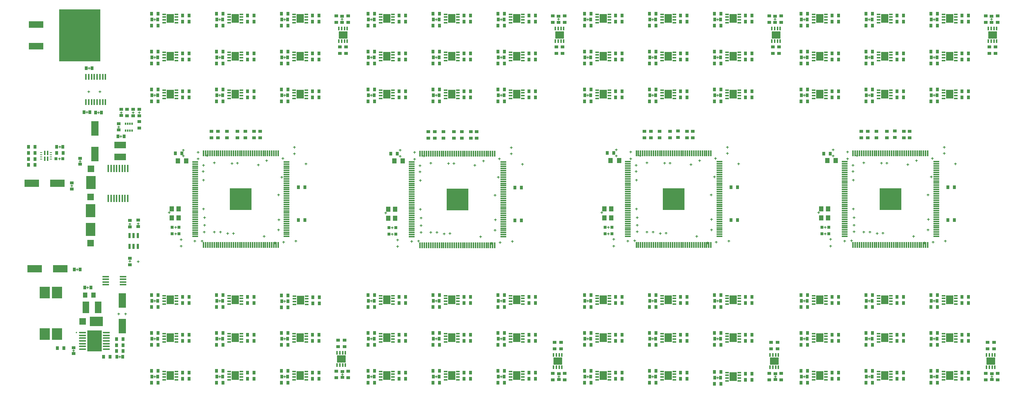
<source format=gtp>
G04*
G04 #@! TF.GenerationSoftware,Altium Limited,Altium Designer,18.1.7 (191)*
G04*
G04 Layer_Color=8421504*
%FSLAX25Y25*%
%MOIN*%
G70*
G01*
G75*
%ADD12C,0.00787*%
%ADD15C,0.00500*%
%ADD19R,0.02756X0.03150*%
%ADD20R,0.03500X0.03000*%
%ADD21R,0.01181X0.05807*%
%ADD22R,0.05807X0.01181*%
%ADD23R,0.20276X0.20276*%
%ADD24R,0.03937X0.04921*%
%ADD25R,0.04331X0.05118*%
%ADD26R,0.03000X0.03500*%
%ADD27R,0.13386X0.19685*%
%ADD28R,0.06299X0.01181*%
%ADD29R,0.05906X0.05984*%
%ADD30R,0.12205X0.08661*%
%ADD31R,0.03543X0.03000*%
%ADD32R,0.07087X0.13386*%
%ADD33R,0.01772X0.05807*%
%ADD34R,0.03000X0.03543*%
%ADD35R,0.01772X0.06594*%
%ADD36R,0.11000X0.06299*%
%ADD37R,0.01181X0.01870*%
%ADD38R,0.09646X0.11024*%
%ADD39R,0.06000X0.01800*%
%ADD40R,0.02362X0.04921*%
%ADD41R,0.08661X0.12205*%
%ADD42R,0.05984X0.05906*%
%ADD43R,0.02362X0.00787*%
%ADD44R,0.01575X0.04134*%
%ADD45R,0.13780X0.06299*%
%ADD46R,0.38386X0.48031*%
%ADD47R,0.06693X0.08071*%
%ADD48R,0.03347X0.01378*%
%ADD49R,0.08071X0.06693*%
%ADD50R,0.01378X0.03347*%
%ADD51R,0.13386X0.07087*%
%ADD52R,0.06299X0.11000*%
G36*
X60194Y77316D02*
X54091D01*
Y78300D01*
X60194D01*
Y77316D01*
D02*
G37*
G36*
Y79875D02*
X54091D01*
Y80859D01*
X60194D01*
Y79875D01*
D02*
G37*
G36*
Y82434D02*
X54091D01*
Y83418D01*
X60194D01*
Y82434D01*
D02*
G37*
G36*
Y84993D02*
X54091D01*
Y85977D01*
X60194D01*
Y84993D01*
D02*
G37*
G36*
Y87552D02*
X54091D01*
Y88537D01*
X60194D01*
Y87552D01*
D02*
G37*
G36*
Y90111D02*
X54091D01*
Y91096D01*
X60194D01*
Y90111D01*
D02*
G37*
G36*
Y92670D02*
X54091D01*
Y93655D01*
X60194D01*
Y92670D01*
D02*
G37*
G36*
X82241D02*
X76139D01*
Y93655D01*
X82241D01*
Y92670D01*
D02*
G37*
G36*
Y90111D02*
X76139D01*
Y91096D01*
X82241D01*
Y90111D01*
D02*
G37*
G36*
Y87552D02*
X76139D01*
Y88537D01*
X82241D01*
Y87552D01*
D02*
G37*
G36*
Y84993D02*
X76139D01*
Y85977D01*
X82241D01*
Y84993D01*
D02*
G37*
G36*
Y82434D02*
X76139D01*
Y83418D01*
X82241D01*
Y82434D01*
D02*
G37*
G36*
X73009Y80938D02*
X63324D01*
Y90033D01*
X73009D01*
Y80938D01*
D02*
G37*
G36*
X82241Y79875D02*
X76139D01*
Y80859D01*
X82241D01*
Y79875D01*
D02*
G37*
G36*
Y77316D02*
X76139D01*
Y78300D01*
X82241D01*
Y77316D01*
D02*
G37*
D12*
X52025Y93202D02*
G03*
X52025Y93202I-394J0D01*
G01*
D15*
X102926Y296599D02*
X104926D01*
X103926Y295599D02*
Y297599D01*
X742376Y184619D02*
X744376D01*
X743376Y183619D02*
Y185619D01*
X542076Y184604D02*
X544076D01*
X543076Y183604D02*
Y185604D01*
X343386Y183259D02*
Y185259D01*
X342386Y184259D02*
X344386D01*
X46306Y228669D02*
X48306D01*
X47306Y227669D02*
Y229669D01*
X62356Y337549D02*
X64356D01*
X63356Y336549D02*
Y338549D01*
X124009Y381418D02*
Y383418D01*
X123009Y382418D02*
X125009D01*
X826546Y252185D02*
X828546D01*
X827546Y251185D02*
Y253185D01*
X862583Y249129D02*
X864583D01*
X863583Y248129D02*
Y250129D01*
X795312Y248687D02*
Y250687D01*
X794312Y249687D02*
X796312D01*
X784746Y185273D02*
Y187273D01*
X783746Y186273D02*
X785746D01*
X837246Y220429D02*
X839246D01*
X838246Y219429D02*
Y221429D01*
X824946Y181273D02*
Y183273D01*
X823946Y182273D02*
X825946D01*
X837696Y197720D02*
X839696D01*
X838696Y196720D02*
Y198720D01*
X819746Y247329D02*
Y249329D01*
X818746Y248329D02*
X820746D01*
X800346Y248829D02*
Y250829D01*
X799346Y249829D02*
X801346D01*
X778946Y249129D02*
Y251129D01*
X777946Y250129D02*
X779946D01*
X768146Y234129D02*
X770146D01*
X769146Y233129D02*
Y235129D01*
X768146Y207629D02*
X770146D01*
X769146Y206629D02*
Y208629D01*
X779046Y185229D02*
Y187229D01*
X778046Y186229D02*
X780046D01*
X791346Y183929D02*
Y185929D01*
X790346Y184929D02*
X792346D01*
X747390Y173229D02*
X749390D01*
X748390Y172229D02*
Y174229D01*
X834946Y175273D02*
Y177273D01*
X833946Y176273D02*
X835946D01*
X768846Y186329D02*
X770846D01*
X769846Y185329D02*
Y187329D01*
X768946Y192429D02*
X770946D01*
X769946Y191429D02*
Y193429D01*
X767946Y247829D02*
X769946D01*
X768946Y246829D02*
Y248829D01*
X767846Y242129D02*
X769846D01*
X768846Y241129D02*
Y243129D01*
X747346Y179329D02*
X749346D01*
X748346Y178329D02*
Y180329D01*
X841346Y254229D02*
X843346D01*
X842346Y253229D02*
Y255229D01*
X837446Y188229D02*
X839446D01*
X838446Y187229D02*
Y189229D01*
X842946Y175773D02*
Y177773D01*
X841946Y176773D02*
X843946D01*
X795746Y185029D02*
X797746D01*
X796746Y184029D02*
Y186029D01*
X767746Y177029D02*
Y179029D01*
X766746Y178029D02*
X768746D01*
X769046Y199629D02*
X771046D01*
X770046Y198629D02*
Y200629D01*
X841246Y236029D02*
Y238029D01*
X840246Y237029D02*
X842246D01*
X761146Y176929D02*
Y178929D01*
X760146Y177929D02*
X762146D01*
X763946Y252829D02*
Y254829D01*
X762946Y253829D02*
X764946D01*
X853146Y257729D02*
Y259729D01*
X852146Y258729D02*
X854146D01*
X772528Y255797D02*
Y257797D01*
X771528Y256797D02*
X773528D01*
X854446Y176829D02*
Y178829D01*
X853446Y177829D02*
X855446D01*
X763046Y260029D02*
X765046D01*
X764046Y259029D02*
Y261029D01*
X749546Y262029D02*
X751546D01*
X750546Y261029D02*
Y263029D01*
X852146Y264529D02*
X854146D01*
X853146Y263529D02*
Y265529D01*
X749546Y256529D02*
X751546D01*
X750546Y255529D02*
Y257529D01*
X543076Y189534D02*
Y191534D01*
X542076Y190534D02*
X544076D01*
X536946Y203070D02*
Y205070D01*
X535946Y204070D02*
X537946D01*
X109516Y295569D02*
Y297569D01*
X108516Y296569D02*
X110516D01*
X91877Y296599D02*
X93877D01*
X92877Y295599D02*
Y297599D01*
X89496Y283279D02*
X91496D01*
X90496Y282279D02*
Y284279D01*
X92752Y273319D02*
Y275319D01*
X91752Y274319D02*
X93752D01*
X35898Y252761D02*
Y254761D01*
X34898Y253761D02*
X36898D01*
X124009Y311418D02*
Y313418D01*
X123009Y312418D02*
X125009D01*
X724009Y121418D02*
Y123418D01*
X723009Y122418D02*
X725009D01*
X723009D02*
X725009D01*
X724009Y121418D02*
Y123418D01*
X342386Y190189D02*
X344386D01*
X343386Y189189D02*
Y191189D01*
X347356Y178969D02*
X349356D01*
X348356Y177969D02*
Y179969D01*
X368856Y185969D02*
X370856D01*
X369856Y184969D02*
Y186969D01*
X368956Y192069D02*
X370956D01*
X369956Y191069D02*
Y193069D01*
X368156Y233769D02*
X370156D01*
X369156Y232769D02*
Y234769D01*
X367856Y241769D02*
X369856D01*
X368856Y240769D02*
Y242769D01*
X391356Y183569D02*
Y185569D01*
X390356Y184569D02*
X392356D01*
X453456Y177469D02*
X455456D01*
X454456Y176469D02*
Y178469D01*
X452156Y258369D02*
X454156D01*
X453156Y257369D02*
Y259369D01*
X452156Y264169D02*
X454156D01*
X453156Y263169D02*
Y265169D01*
X347400Y172869D02*
X349400D01*
X348400Y171869D02*
Y173869D01*
X362956Y253469D02*
X364956D01*
X363956Y252469D02*
Y254469D01*
X367756Y176669D02*
Y178669D01*
X366756Y177669D02*
X368756D01*
X368156Y207269D02*
X370156D01*
X369156Y206269D02*
Y208269D01*
X369056Y199269D02*
X371056D01*
X370056Y198269D02*
Y200269D01*
X363056Y259669D02*
X365056D01*
X364056Y258669D02*
Y260669D01*
X384756Y184913D02*
Y186913D01*
X383756Y185913D02*
X385756D01*
X400356Y248469D02*
Y250469D01*
X399356Y249469D02*
X401356D01*
X437456Y187869D02*
X439456D01*
X438456Y186869D02*
Y188869D01*
X437256Y220069D02*
X439256D01*
X438256Y219069D02*
Y221069D01*
X441356Y253869D02*
X443356D01*
X442356Y252869D02*
Y254869D01*
X367956Y247469D02*
X369956D01*
X368956Y246469D02*
Y248469D01*
X336256Y203725D02*
X338256D01*
X337256Y202725D02*
Y204725D01*
X349556Y256169D02*
X351556D01*
X350556Y255169D02*
Y257169D01*
X372538Y255437D02*
Y257437D01*
X371538Y256437D02*
X373538D01*
X396756Y183669D02*
Y185669D01*
X395756Y184669D02*
X397756D01*
X424956Y180913D02*
Y182913D01*
X423956Y181913D02*
X425956D01*
X434956Y174913D02*
Y176913D01*
X433956Y175913D02*
X435956D01*
X442956Y175413D02*
Y177413D01*
X441956Y176413D02*
X443956D01*
X441256Y235669D02*
Y237669D01*
X440256Y236669D02*
X442256D01*
X419756Y246969D02*
Y248969D01*
X418756Y247969D02*
X420756D01*
X427556Y250825D02*
Y252825D01*
X426556Y251825D02*
X428556D01*
X462593Y248769D02*
X464593D01*
X463593Y247769D02*
Y249769D01*
X349556Y261669D02*
X351556D01*
X350556Y260669D02*
Y262669D01*
X379056Y184869D02*
Y186869D01*
X378056Y185869D02*
X380056D01*
X361156Y176569D02*
Y178569D01*
X360156Y177569D02*
X362156D01*
X378956Y248769D02*
Y250769D01*
X377956Y249769D02*
X379956D01*
X395322Y248327D02*
Y250327D01*
X394322Y249327D02*
X396322D01*
X437706Y197360D02*
X439706D01*
X438706Y196360D02*
Y198360D01*
X495985Y382676D02*
X497985D01*
X496985Y381676D02*
Y383676D01*
X324009Y311418D02*
Y313418D01*
X323009Y312418D02*
X325009D01*
X724009Y311418D02*
Y313418D01*
X723009Y312418D02*
X725009D01*
X324009Y346418D02*
Y348418D01*
X323009Y347418D02*
X325009D01*
X524009Y346418D02*
Y348418D01*
X523009Y347418D02*
X525009D01*
X724009Y346418D02*
Y348418D01*
X723009Y347418D02*
X725009D01*
X324009Y381418D02*
Y383418D01*
X323009Y382418D02*
X325009D01*
X524009Y381418D02*
Y383418D01*
X523009Y382418D02*
X525009D01*
X724009Y381418D02*
Y383418D01*
X723009Y382418D02*
X725009D01*
X384009Y311418D02*
Y313418D01*
X383009Y312418D02*
X385009D01*
X584009Y311418D02*
Y313418D01*
X583009Y312418D02*
X585009D01*
X784009Y311418D02*
Y313418D01*
X783009Y312418D02*
X785009D01*
X384009Y346418D02*
Y348418D01*
X383009Y347418D02*
X385009D01*
X584009Y346418D02*
Y348418D01*
X583009Y347418D02*
X585009D01*
X784009Y346418D02*
Y348418D01*
X783009Y347418D02*
X785009D01*
X384009Y381418D02*
Y383418D01*
X383009Y382418D02*
X385009D01*
X584009Y381418D02*
Y383418D01*
X583009Y382418D02*
X585009D01*
X784009Y381418D02*
Y383418D01*
X783009Y382418D02*
X785009D01*
X444009Y311418D02*
Y313418D01*
X443009Y312418D02*
X445009D01*
X644009Y311418D02*
Y313418D01*
X643009Y312418D02*
X645009D01*
X844009Y311418D02*
Y313418D01*
X843009Y312418D02*
X845009D01*
X444009Y346418D02*
Y348418D01*
X443009Y347418D02*
X445009D01*
X644009Y346418D02*
Y348418D01*
X643009Y347418D02*
X645009D01*
X844009Y346418D02*
Y348418D01*
X843009Y347418D02*
X845009D01*
X444009Y381418D02*
Y383418D01*
X443009Y382418D02*
X445009D01*
X644009Y381418D02*
Y383418D01*
X643009Y382418D02*
X645009D01*
X844009Y381418D02*
Y383418D01*
X843009Y382418D02*
X845009D01*
X324009Y121418D02*
Y123418D01*
X323009Y122418D02*
X325009D01*
X524009Y121418D02*
Y123418D01*
X523009Y122418D02*
X525009D01*
X324009Y86418D02*
Y88418D01*
X323009Y87418D02*
X325009D01*
X524009Y86418D02*
Y88418D01*
X523009Y87418D02*
X525009D01*
X724009Y86418D02*
Y88418D01*
X723009Y87418D02*
X725009D01*
X323009Y52418D02*
X325009D01*
X324009Y51418D02*
Y53418D01*
X523009Y52418D02*
X525009D01*
X524009Y51418D02*
Y53418D01*
X723009Y52418D02*
X725009D01*
X724009Y51418D02*
Y53418D01*
X384009Y121418D02*
Y123418D01*
X383009Y122418D02*
X385009D01*
X584009Y121418D02*
Y123418D01*
X583009Y122418D02*
X585009D01*
X784009Y121418D02*
Y123418D01*
X783009Y122418D02*
X785009D01*
X384009Y86418D02*
Y88418D01*
X383009Y87418D02*
X385009D01*
X584009Y86418D02*
Y88418D01*
X583009Y87418D02*
X585009D01*
X784009Y86418D02*
Y88418D01*
X783009Y87418D02*
X785009D01*
X384009Y51418D02*
Y53418D01*
X383009Y52418D02*
X385009D01*
X584009Y51418D02*
Y53418D01*
X583009Y52418D02*
X585009D01*
X784009Y51418D02*
Y53418D01*
X783009Y52418D02*
X785009D01*
X444009Y121418D02*
Y123418D01*
X443009Y122418D02*
X445009D01*
X644009Y121418D02*
Y123418D01*
X643009Y122418D02*
X645009D01*
X844009Y121418D02*
Y123418D01*
X843009Y122418D02*
X845009D01*
X444009Y86418D02*
Y88418D01*
X443009Y87418D02*
X445009D01*
X644009Y86418D02*
Y88418D01*
X643009Y87418D02*
X645009D01*
X844009Y86418D02*
Y88418D01*
X843009Y87418D02*
X845009D01*
X444009Y51418D02*
Y53418D01*
X443009Y52418D02*
X445009D01*
X644009Y50418D02*
Y52418D01*
X643009Y51418D02*
X645009D01*
X844009D02*
Y53418D01*
X843009Y52418D02*
X845009D01*
X524009Y311418D02*
Y313418D01*
X523009Y312418D02*
X525009D01*
X143276Y183519D02*
Y185519D01*
X142276Y184519D02*
X144276D01*
X143276Y189449D02*
Y191449D01*
X142276Y190449D02*
X144276D01*
X137146Y202985D02*
Y204985D01*
X136146Y203985D02*
X138146D01*
X123009Y87418D02*
X125009D01*
X124009Y86418D02*
Y88418D01*
X123009Y122418D02*
X125009D01*
X124009Y121418D02*
Y123418D01*
X123009Y52418D02*
X125009D01*
X124009Y51418D02*
Y53418D01*
X183009Y122418D02*
X185009D01*
X184009Y121418D02*
Y123418D01*
X183009Y87418D02*
X185009D01*
X184009Y86418D02*
Y88418D01*
X183009Y52418D02*
X185009D01*
X184009Y51418D02*
Y53418D01*
X243126Y122059D02*
X245126D01*
X244126Y121059D02*
Y123059D01*
X243009Y87418D02*
X245009D01*
X244009Y86418D02*
Y88418D01*
X243009Y52418D02*
X245009D01*
X244009Y51418D02*
Y53418D01*
X123009Y122418D02*
X125009D01*
X124009Y121418D02*
Y123418D01*
X297267Y53442D02*
Y55442D01*
X296267Y54442D02*
X298267D01*
X243009Y52418D02*
X245009D01*
X244009Y51418D02*
Y53418D01*
X243009Y87418D02*
X245009D01*
X244009Y86418D02*
Y88418D01*
X243126Y122059D02*
X245126D01*
X244126Y121059D02*
Y123059D01*
X183009Y52418D02*
X185009D01*
X184009Y51418D02*
Y53418D01*
X183009Y87418D02*
X185009D01*
X184009Y86418D02*
Y88418D01*
X183009Y122418D02*
X185009D01*
X184009Y121418D02*
Y123418D01*
X123009Y52418D02*
X125009D01*
X124009Y51418D02*
Y53418D01*
X123009Y87418D02*
X125009D01*
X124009Y86418D02*
Y88418D01*
X184009Y381418D02*
Y383418D01*
X183009Y382418D02*
X185009D01*
X123009Y312418D02*
X125009D01*
X124009Y311418D02*
Y313418D01*
X243009Y312418D02*
X245009D01*
X244009Y311418D02*
Y313418D01*
X123009Y382418D02*
X125009D01*
X124009Y381418D02*
Y383418D01*
X243009Y382418D02*
X245009D01*
X244009Y381418D02*
Y383418D01*
X123009Y347418D02*
X125009D01*
X124009Y346418D02*
Y348418D01*
X243009Y347418D02*
X245009D01*
X244009Y346418D02*
Y348418D01*
X183009Y312418D02*
X185009D01*
X184009Y311418D02*
Y313418D01*
X183009Y382418D02*
X185009D01*
X184009Y381418D02*
Y383418D01*
X183009Y347418D02*
X185009D01*
X184009Y346418D02*
Y348418D01*
X243009Y312418D02*
X245009D01*
X244009Y311418D02*
Y313418D01*
X243009Y382418D02*
X245009D01*
X244009Y381418D02*
Y383418D01*
X123009Y347418D02*
X125009D01*
X124009Y346418D02*
Y348418D01*
X243009Y347418D02*
X245009D01*
X244009Y346418D02*
Y348418D01*
X183009Y312418D02*
X185009D01*
X184009Y311418D02*
Y313418D01*
X296985Y381676D02*
Y383676D01*
X295985Y382676D02*
X297985D01*
X183009Y347418D02*
X185009D01*
X184009Y346418D02*
Y348418D01*
X723009Y312418D02*
X725009D01*
X724009Y311418D02*
Y313418D01*
X523009Y312418D02*
X525009D01*
X524009Y311418D02*
Y313418D01*
X323009Y312418D02*
X325009D01*
X324009Y311418D02*
Y313418D01*
X897267Y51442D02*
Y53442D01*
X896267Y52442D02*
X898267D01*
X697267Y51442D02*
Y53442D01*
X696267Y52442D02*
X698267D01*
X497267Y51442D02*
Y53442D01*
X496267Y52442D02*
X498267D01*
X843009Y52418D02*
X845009D01*
X844009Y51418D02*
Y53418D01*
X643009Y51418D02*
X645009D01*
X644009Y50418D02*
Y52418D01*
X443009D02*
X445009D01*
X444009Y51418D02*
Y53418D01*
X843009Y87418D02*
X845009D01*
X844009Y86418D02*
Y88418D01*
X643009Y87418D02*
X645009D01*
X644009Y86418D02*
Y88418D01*
X443009Y87418D02*
X445009D01*
X444009Y86418D02*
Y88418D01*
X843009Y122418D02*
X845009D01*
X844009Y121418D02*
Y123418D01*
X643009Y122418D02*
X645009D01*
X644009Y121418D02*
Y123418D01*
X443009Y122418D02*
X445009D01*
X444009Y121418D02*
Y123418D01*
X783009Y52418D02*
X785009D01*
X784009Y51418D02*
Y53418D01*
X583009Y52418D02*
X585009D01*
X584009Y51418D02*
Y53418D01*
X383009Y52418D02*
X385009D01*
X384009Y51418D02*
Y53418D01*
X783009Y87418D02*
X785009D01*
X784009Y86418D02*
Y88418D01*
X583009Y87418D02*
X585009D01*
X584009Y86418D02*
Y88418D01*
X383009Y87418D02*
X385009D01*
X384009Y86418D02*
Y88418D01*
X783009Y122418D02*
X785009D01*
X784009Y121418D02*
Y123418D01*
X583009Y122418D02*
X585009D01*
X584009Y121418D02*
Y123418D01*
X383009Y122418D02*
X385009D01*
X384009Y121418D02*
Y123418D01*
X723009Y52418D02*
X725009D01*
X724009Y51418D02*
Y53418D01*
X523009Y52418D02*
X525009D01*
X524009Y51418D02*
Y53418D01*
X323009Y52418D02*
X325009D01*
X324009Y51418D02*
Y53418D01*
X723009Y87418D02*
X725009D01*
X724009Y86418D02*
Y88418D01*
X523009Y87418D02*
X525009D01*
X524009Y86418D02*
Y88418D01*
X323009Y87418D02*
X325009D01*
X324009Y86418D02*
Y88418D01*
X523009Y122418D02*
X525009D01*
X524009Y121418D02*
Y123418D01*
X323009Y122418D02*
X325009D01*
X324009Y121418D02*
Y123418D01*
X896985Y381676D02*
Y383676D01*
X895985Y382676D02*
X897985D01*
X696985Y381676D02*
Y383676D01*
X695985Y382676D02*
X697985D01*
X843009Y382418D02*
X845009D01*
X844009Y381418D02*
Y383418D01*
X643009Y382418D02*
X645009D01*
X644009Y381418D02*
Y383418D01*
X443009Y382418D02*
X445009D01*
X444009Y381418D02*
Y383418D01*
X843009Y347418D02*
X845009D01*
X844009Y346418D02*
Y348418D01*
X643009Y347418D02*
X645009D01*
X644009Y346418D02*
Y348418D01*
X443009Y347418D02*
X445009D01*
X444009Y346418D02*
Y348418D01*
X843009Y312418D02*
X845009D01*
X844009Y311418D02*
Y313418D01*
X643009Y312418D02*
X645009D01*
X644009Y311418D02*
Y313418D01*
X443009Y312418D02*
X445009D01*
X444009Y311418D02*
Y313418D01*
X783009Y382418D02*
X785009D01*
X784009Y381418D02*
Y383418D01*
X583009Y382418D02*
X585009D01*
X584009Y381418D02*
Y383418D01*
X383009Y382418D02*
X385009D01*
X384009Y381418D02*
Y383418D01*
X783009Y347418D02*
X785009D01*
X784009Y346418D02*
Y348418D01*
X583009Y347418D02*
X585009D01*
X584009Y346418D02*
Y348418D01*
X383009Y347418D02*
X385009D01*
X384009Y346418D02*
Y348418D01*
X783009Y312418D02*
X785009D01*
X784009Y311418D02*
Y313418D01*
X583009Y312418D02*
X585009D01*
X584009Y311418D02*
Y313418D01*
X383009Y312418D02*
X385009D01*
X384009Y311418D02*
Y313418D01*
X723009Y382418D02*
X725009D01*
X724009Y381418D02*
Y383418D01*
X523009Y382418D02*
X525009D01*
X524009Y381418D02*
Y383418D01*
X323009Y382418D02*
X325009D01*
X324009Y381418D02*
Y383418D01*
X723009Y347418D02*
X725009D01*
X724009Y346418D02*
Y348418D01*
X523009Y347418D02*
X525009D01*
X524009Y346418D02*
Y348418D01*
X323009Y347418D02*
X325009D01*
X324009Y346418D02*
Y348418D01*
X100836Y158093D02*
Y160093D01*
X99836Y159093D02*
X101836D01*
X100846Y192625D02*
Y194625D01*
X99846Y193625D02*
X101846D01*
X108806Y157849D02*
Y159849D01*
X107806Y158849D02*
X109806D01*
X108706Y192839D02*
Y194839D01*
X107706Y193839D02*
X109706D01*
X262483Y249029D02*
X264483D01*
X263483Y248029D02*
Y250029D01*
X195212Y248587D02*
Y250587D01*
X194212Y249587D02*
X196212D01*
X184646Y185173D02*
Y187173D01*
X183646Y186173D02*
X185646D01*
X237146Y220329D02*
X239146D01*
X238146Y219329D02*
Y221329D01*
X224846Y181173D02*
Y183173D01*
X223846Y182173D02*
X225846D01*
X237596Y197620D02*
X239596D01*
X238596Y196620D02*
Y198620D01*
X219646Y247229D02*
Y249229D01*
X218646Y248229D02*
X220646D01*
X200246Y248729D02*
Y250729D01*
X199246Y249729D02*
X201246D01*
X178846Y249029D02*
Y251029D01*
X177846Y250029D02*
X179846D01*
X168046Y234029D02*
X170046D01*
X169046Y233029D02*
Y235029D01*
X168046Y207529D02*
X170046D01*
X169046Y206529D02*
Y208529D01*
X178946Y185129D02*
Y187129D01*
X177946Y186129D02*
X179946D01*
X191246Y183829D02*
Y185829D01*
X190246Y184829D02*
X192246D01*
X147290Y173129D02*
X149290D01*
X148290Y172129D02*
Y174129D01*
X234846Y175173D02*
Y177173D01*
X233846Y176173D02*
X235846D01*
X168746Y186229D02*
X170746D01*
X169746Y185229D02*
Y187229D01*
X168846Y192329D02*
X170846D01*
X169846Y191329D02*
Y193329D01*
X167846Y247729D02*
X169846D01*
X168846Y246729D02*
Y248729D01*
X167746Y242029D02*
X169746D01*
X168746Y241029D02*
Y243029D01*
X147246Y179229D02*
X149246D01*
X148246Y178229D02*
Y180229D01*
X241246Y254129D02*
X243246D01*
X242246Y253129D02*
Y255129D01*
X237346Y188129D02*
X239346D01*
X238346Y187129D02*
Y189129D01*
X242846Y175673D02*
Y177673D01*
X241846Y176673D02*
X243846D01*
X196646Y183929D02*
Y185929D01*
X195646Y184929D02*
X197646D01*
X167646Y176929D02*
Y178929D01*
X166646Y177929D02*
X168646D01*
X168946Y199529D02*
X170946D01*
X169946Y198529D02*
Y200529D01*
X241146Y235929D02*
Y237929D01*
X240146Y236929D02*
X242146D01*
X161046Y176829D02*
Y178829D01*
X160046Y177829D02*
X162046D01*
X162846Y253729D02*
X164846D01*
X163846Y252729D02*
Y254729D01*
X252046Y258629D02*
X254046D01*
X253046Y257629D02*
Y259629D01*
X172428Y255697D02*
Y257697D01*
X171428Y256697D02*
X173428D01*
X253346Y177729D02*
X255346D01*
X254346Y176729D02*
Y178729D01*
X162946Y259929D02*
X164946D01*
X163946Y258929D02*
Y260929D01*
X149446Y261929D02*
X151446D01*
X150446Y260929D02*
Y262929D01*
X252046Y264429D02*
X254046D01*
X253046Y263429D02*
Y265429D01*
X227446Y251085D02*
Y253085D01*
X226446Y252085D02*
X228446D01*
X149446Y256429D02*
X151446D01*
X150446Y255429D02*
Y257429D01*
X663283Y248114D02*
Y250114D01*
X662283Y249114D02*
X664283D01*
X594012Y249672D02*
X596012D01*
X595012Y248672D02*
Y250672D01*
X583446Y186258D02*
X585446D01*
X584446Y185258D02*
Y187258D01*
X637946Y219414D02*
Y221414D01*
X636946Y220414D02*
X638946D01*
X623646Y182258D02*
X625646D01*
X624646Y181258D02*
Y183258D01*
X638396Y196705D02*
Y198705D01*
X637396Y197705D02*
X639396D01*
X618446Y248314D02*
X620446D01*
X619446Y247314D02*
Y249314D01*
X599046Y249814D02*
X601046D01*
X600046Y248814D02*
Y250814D01*
X577646Y250114D02*
X579646D01*
X578646Y249114D02*
Y251114D01*
X568846Y233114D02*
Y235114D01*
X567846Y234114D02*
X569846D01*
X568846Y206614D02*
Y208614D01*
X567846Y207614D02*
X569846D01*
X577746Y186214D02*
X579746D01*
X578746Y185214D02*
Y187214D01*
X590046Y184914D02*
X592046D01*
X591046Y183914D02*
Y185914D01*
X548090Y172214D02*
Y174214D01*
X547090Y173214D02*
X549090D01*
X633646Y176258D02*
X635646D01*
X634646Y175258D02*
Y177258D01*
X569546Y185314D02*
Y187314D01*
X568546Y186314D02*
X570546D01*
X569646Y191414D02*
Y193414D01*
X568646Y192414D02*
X570646D01*
X568646Y246814D02*
Y248814D01*
X567646Y247814D02*
X569646D01*
X568546Y241114D02*
Y243114D01*
X567546Y242114D02*
X569546D01*
X548046Y178314D02*
Y180314D01*
X547046Y179314D02*
X549046D01*
X642046Y253214D02*
Y255214D01*
X641046Y254214D02*
X643046D01*
X638146Y187214D02*
Y189214D01*
X637146Y188214D02*
X639146D01*
X641646Y176758D02*
X643646D01*
X642646Y175758D02*
Y177758D01*
X595446Y185014D02*
X597446D01*
X596446Y184014D02*
Y186014D01*
X566446Y178014D02*
X568446D01*
X567446Y177014D02*
Y179014D01*
X569746Y198614D02*
Y200614D01*
X568746Y199614D02*
X570746D01*
X639946Y237014D02*
X641946D01*
X640946Y236014D02*
Y238014D01*
X559846Y177914D02*
X561846D01*
X560846Y176914D02*
Y178914D01*
X563646Y252814D02*
Y254814D01*
X562646Y253814D02*
X564646D01*
X652846Y257714D02*
Y259714D01*
X651846Y258714D02*
X653846D01*
X571228Y256782D02*
X573228D01*
X572228Y255782D02*
Y257782D01*
X654146Y176814D02*
Y178814D01*
X653146Y177814D02*
X655146D01*
X563746Y259014D02*
Y261014D01*
X562746Y260014D02*
X564746D01*
X550246Y261014D02*
Y263014D01*
X549246Y262014D02*
X551246D01*
X652846Y263514D02*
Y265514D01*
X651846Y264514D02*
X653846D01*
X626246Y252170D02*
X628246D01*
X627246Y251170D02*
Y253170D01*
X550246Y255514D02*
Y257514D01*
X549246Y256514D02*
X551246D01*
X742376Y190549D02*
X744376D01*
X743376Y189549D02*
Y191549D01*
X36160Y263677D02*
Y265676D01*
X35160Y264676D02*
X37160D01*
X63126Y314709D02*
Y316709D01*
X62126Y315709D02*
X64126D01*
X73366Y314709D02*
Y316709D01*
X72366Y315709D02*
X74366D01*
X55116Y250499D02*
Y252499D01*
X54116Y251499D02*
X56116D01*
X51350Y151549D02*
X53350D01*
X52350Y150549D02*
Y152549D01*
X47976Y76499D02*
X49976D01*
X48976Y75499D02*
Y77499D01*
X62132Y133699D02*
Y135699D01*
X61132Y134699D02*
X63132D01*
X91576Y69699D02*
Y71699D01*
X90576Y70699D02*
X92576D01*
X95976Y110399D02*
X97976D01*
X96976Y109399D02*
Y111399D01*
X89698Y110399D02*
X91698D01*
X90698Y109399D02*
Y111399D01*
X736246Y204085D02*
X738246D01*
X737246Y203085D02*
Y205085D01*
X61246Y295669D02*
Y297669D01*
X60246Y296669D02*
X62246D01*
X71952Y295489D02*
Y297489D01*
X70952Y296489D02*
X72952D01*
D19*
X740226Y184619D02*
D03*
X746526D02*
D03*
X539926Y184604D02*
D03*
X546226D02*
D03*
X346536Y184259D02*
D03*
X340236D02*
D03*
X32749Y253761D02*
D03*
X39048D02*
D03*
X340236Y190189D02*
D03*
X346536D02*
D03*
X746526Y190549D02*
D03*
X740226D02*
D03*
X546226Y190534D02*
D03*
X539926D02*
D03*
X146426Y184519D02*
D03*
X140126D02*
D03*
X146426Y190449D02*
D03*
X140126D02*
D03*
D20*
X821246Y273129D02*
D03*
Y279129D02*
D03*
X815846Y273129D02*
D03*
Y279129D02*
D03*
X800346Y273129D02*
D03*
Y279129D02*
D03*
X790646Y273129D02*
D03*
Y279129D02*
D03*
X782546Y273129D02*
D03*
Y279129D02*
D03*
X776546Y273129D02*
D03*
Y279129D02*
D03*
X620946Y273114D02*
D03*
Y279114D02*
D03*
X615546Y273114D02*
D03*
Y279114D02*
D03*
X600046Y273114D02*
D03*
Y279114D02*
D03*
X590346Y273114D02*
D03*
Y279114D02*
D03*
X582246Y273114D02*
D03*
Y279114D02*
D03*
X576246Y273114D02*
D03*
Y279114D02*
D03*
X421256Y272769D02*
D03*
Y278769D02*
D03*
X415856Y272769D02*
D03*
Y278769D02*
D03*
X400356Y272769D02*
D03*
Y278769D02*
D03*
X390656Y272769D02*
D03*
Y278769D02*
D03*
X382556Y272769D02*
D03*
Y278769D02*
D03*
X376556Y272769D02*
D03*
Y278769D02*
D03*
X176446Y279029D02*
D03*
X182446D02*
D03*
X190546D02*
D03*
X200246D02*
D03*
X215746D02*
D03*
X221146D02*
D03*
X103926Y299599D02*
D03*
Y293599D02*
D03*
X109516Y299569D02*
D03*
Y293569D02*
D03*
X109506Y288139D02*
D03*
Y282139D02*
D03*
X98414Y299599D02*
D03*
Y293599D02*
D03*
X407756Y278969D02*
D03*
Y272969D02*
D03*
X491485Y385676D02*
D03*
Y379676D02*
D03*
X502485Y385676D02*
D03*
Y379676D02*
D03*
X500785Y356976D02*
D03*
Y350976D02*
D03*
X495085Y356976D02*
D03*
Y350976D02*
D03*
X299167Y86142D02*
D03*
Y80142D02*
D03*
X302767Y57442D02*
D03*
Y51442D02*
D03*
X293467Y86142D02*
D03*
Y80142D02*
D03*
X291767Y57442D02*
D03*
Y51442D02*
D03*
X295085Y350976D02*
D03*
Y356976D02*
D03*
X300785Y350976D02*
D03*
Y356976D02*
D03*
X291485Y379676D02*
D03*
Y385676D02*
D03*
X302485Y379676D02*
D03*
Y385676D02*
D03*
X899167Y84142D02*
D03*
Y78142D02*
D03*
X902767Y55442D02*
D03*
Y49442D02*
D03*
X893467Y84142D02*
D03*
Y78142D02*
D03*
X891767Y55442D02*
D03*
Y49442D02*
D03*
X699167Y84142D02*
D03*
Y78142D02*
D03*
X702767Y55442D02*
D03*
Y49442D02*
D03*
X693467Y84142D02*
D03*
Y78142D02*
D03*
X691767Y55442D02*
D03*
Y49442D02*
D03*
X499167Y84142D02*
D03*
Y78142D02*
D03*
X502767Y55442D02*
D03*
Y49442D02*
D03*
X493467Y84142D02*
D03*
Y78142D02*
D03*
X491767Y55442D02*
D03*
Y49442D02*
D03*
X895085Y350976D02*
D03*
Y356976D02*
D03*
X891485Y379676D02*
D03*
Y385676D02*
D03*
X900785Y350976D02*
D03*
Y356976D02*
D03*
X902485Y379676D02*
D03*
Y385676D02*
D03*
X695085Y350976D02*
D03*
Y356976D02*
D03*
X691485Y379676D02*
D03*
Y385676D02*
D03*
X700785Y350976D02*
D03*
Y356976D02*
D03*
X702485Y379676D02*
D03*
Y385676D02*
D03*
X108786Y191009D02*
D03*
Y197009D02*
D03*
X207646Y273229D02*
D03*
Y279229D02*
D03*
X607446Y273314D02*
D03*
Y279314D02*
D03*
X807746Y273329D02*
D03*
Y279329D02*
D03*
X221146Y273029D02*
D03*
X215746D02*
D03*
X200246D02*
D03*
X190546D02*
D03*
X182446D02*
D03*
X176446D02*
D03*
X100846Y190869D02*
D03*
Y196869D02*
D03*
X100836Y161849D02*
D03*
Y155849D02*
D03*
D21*
X778966Y174278D02*
D03*
X800620D02*
D03*
X820305D02*
D03*
X830148D02*
D03*
X773061Y258829D02*
D03*
X782903D02*
D03*
X790777D02*
D03*
X806526D02*
D03*
X824242D02*
D03*
X775029D02*
D03*
X776998D02*
D03*
X780935D02*
D03*
X784872D02*
D03*
X786840D02*
D03*
X788809D02*
D03*
X792746D02*
D03*
X794714D02*
D03*
X796683D02*
D03*
X798652D02*
D03*
X802588D02*
D03*
X804557D02*
D03*
X808494D02*
D03*
X810462D02*
D03*
X812431D02*
D03*
X814400D02*
D03*
X816368D02*
D03*
X832116D02*
D03*
X834085D02*
D03*
X836053D02*
D03*
X834085Y174278D02*
D03*
X832116D02*
D03*
X826210D02*
D03*
X824242D02*
D03*
X822274D02*
D03*
X818336D02*
D03*
X816368D02*
D03*
X814400D02*
D03*
X812431D02*
D03*
X810462D02*
D03*
X808494D02*
D03*
X806526D02*
D03*
X804557D02*
D03*
X802588D02*
D03*
X798652D02*
D03*
X790777D02*
D03*
X782903D02*
D03*
X780935D02*
D03*
X776998D02*
D03*
X773061D02*
D03*
X771092D02*
D03*
X818336Y258829D02*
D03*
X820305D02*
D03*
X828179D02*
D03*
X830148D02*
D03*
X794714Y174278D02*
D03*
X788809D02*
D03*
X786840D02*
D03*
X784872D02*
D03*
X769124Y258829D02*
D03*
X826210D02*
D03*
X838022D02*
D03*
Y174278D02*
D03*
X796683D02*
D03*
X769124D02*
D03*
X778966Y258829D02*
D03*
X800620D02*
D03*
X822274D02*
D03*
X828179Y174278D02*
D03*
X792746D02*
D03*
X775029D02*
D03*
X771092Y258829D02*
D03*
X836053Y174278D02*
D03*
X578666Y174263D02*
D03*
X600320D02*
D03*
X572761Y258814D02*
D03*
X582604D02*
D03*
X590478D02*
D03*
X620005Y174263D02*
D03*
X629847D02*
D03*
X606225Y258814D02*
D03*
X623942D02*
D03*
X570792Y174263D02*
D03*
X572761D02*
D03*
X576698D02*
D03*
X580635D02*
D03*
X582604D02*
D03*
X590478D02*
D03*
X598351D02*
D03*
X602288D02*
D03*
X604257D02*
D03*
X606225D02*
D03*
X608194D02*
D03*
X610162D02*
D03*
X612131D02*
D03*
X614100D02*
D03*
X616068D02*
D03*
X618037D02*
D03*
X621974D02*
D03*
X623942D02*
D03*
X625911D02*
D03*
X631816D02*
D03*
X633785D02*
D03*
X635753Y258814D02*
D03*
X633785D02*
D03*
X631816D02*
D03*
X616068D02*
D03*
X614100D02*
D03*
X612131D02*
D03*
X610162D02*
D03*
X608194D02*
D03*
X604257D02*
D03*
X602288D02*
D03*
X598351D02*
D03*
X596383D02*
D03*
X594415D02*
D03*
X592446D02*
D03*
X588509D02*
D03*
X586541D02*
D03*
X584572D02*
D03*
X580635D02*
D03*
X576698D02*
D03*
X574729D02*
D03*
X618037D02*
D03*
X620005D02*
D03*
X627879D02*
D03*
X629847D02*
D03*
X594415Y174263D02*
D03*
X588509D02*
D03*
X586541D02*
D03*
X584572D02*
D03*
X578666Y258814D02*
D03*
X600320D02*
D03*
X621974D02*
D03*
X627879Y174263D02*
D03*
X592446D02*
D03*
X574729D02*
D03*
X568824Y258814D02*
D03*
X625911D02*
D03*
X637722D02*
D03*
Y174263D02*
D03*
X596383D02*
D03*
X568824D02*
D03*
X570792Y258814D02*
D03*
X635753Y174263D02*
D03*
X384882Y173918D02*
D03*
X386851D02*
D03*
X388819D02*
D03*
X394724D02*
D03*
X430158Y258469D02*
D03*
X428189D02*
D03*
X420315D02*
D03*
X418347D02*
D03*
X375039D02*
D03*
X377008D02*
D03*
X380945D02*
D03*
X384882D02*
D03*
X386851D02*
D03*
X388819D02*
D03*
X392756D02*
D03*
X394724D02*
D03*
X396693D02*
D03*
X398661D02*
D03*
X402598D02*
D03*
X404567D02*
D03*
X408504D02*
D03*
X410472D02*
D03*
X412441D02*
D03*
X414409D02*
D03*
X416378D02*
D03*
X432126D02*
D03*
X434095D02*
D03*
X436063D02*
D03*
X434095Y173918D02*
D03*
X432126D02*
D03*
X426221D02*
D03*
X424252D02*
D03*
X422284D02*
D03*
X418347D02*
D03*
X416378D02*
D03*
X414409D02*
D03*
X412441D02*
D03*
X410472D02*
D03*
X408504D02*
D03*
X406535D02*
D03*
X404567D02*
D03*
X402598D02*
D03*
X398661D02*
D03*
X390788D02*
D03*
X382913D02*
D03*
X380945D02*
D03*
X377008D02*
D03*
X373071D02*
D03*
X371102D02*
D03*
X424252Y258469D02*
D03*
X382913D02*
D03*
X373071D02*
D03*
X406535D02*
D03*
X390788D02*
D03*
X430158Y173918D02*
D03*
X420315D02*
D03*
X400630D02*
D03*
X378976D02*
D03*
X369134Y258469D02*
D03*
X426221D02*
D03*
X438032D02*
D03*
Y173918D02*
D03*
X396693D02*
D03*
X369134D02*
D03*
X378976Y258469D02*
D03*
X400630D02*
D03*
X422284D02*
D03*
X428189Y173918D02*
D03*
X392756D02*
D03*
X375039D02*
D03*
X371102Y258469D02*
D03*
X436063Y173918D02*
D03*
X235953Y174178D02*
D03*
X170992Y258729D02*
D03*
X174929Y174178D02*
D03*
X192646D02*
D03*
X228079D02*
D03*
X222174Y258729D02*
D03*
X200520D02*
D03*
X178867D02*
D03*
X169024Y174178D02*
D03*
X196583D02*
D03*
X237922D02*
D03*
Y258729D02*
D03*
X226111D02*
D03*
X169024D02*
D03*
X174929D02*
D03*
X176898D02*
D03*
X180835D02*
D03*
X184772D02*
D03*
X186741D02*
D03*
X188709D02*
D03*
X192646D02*
D03*
X194615D02*
D03*
X196583D02*
D03*
X198551D02*
D03*
X202488D02*
D03*
X204457D02*
D03*
X208394D02*
D03*
X210363D02*
D03*
X212331D02*
D03*
X214300D02*
D03*
X216268D02*
D03*
X232016D02*
D03*
X233985D02*
D03*
X235953D02*
D03*
X233985Y174178D02*
D03*
X232016D02*
D03*
X226111D02*
D03*
X224142D02*
D03*
X222174D02*
D03*
X218236D02*
D03*
X216268D02*
D03*
X214300D02*
D03*
X212331D02*
D03*
X210363D02*
D03*
X208394D02*
D03*
X206425D02*
D03*
X204457D02*
D03*
X202488D02*
D03*
X198551D02*
D03*
X182803D02*
D03*
X180835D02*
D03*
X176898D02*
D03*
X172961D02*
D03*
X170992D02*
D03*
X224142Y258729D02*
D03*
X182803D02*
D03*
X172961D02*
D03*
X206425D02*
D03*
X190677D02*
D03*
X230048Y174178D02*
D03*
X178867D02*
D03*
X220205D02*
D03*
X200520D02*
D03*
X190677D02*
D03*
X218236Y258729D02*
D03*
X220205D02*
D03*
X228079D02*
D03*
X230048D02*
D03*
X194615Y174178D02*
D03*
X188709D02*
D03*
X186741D02*
D03*
X184772D02*
D03*
D22*
X845848Y201790D02*
D03*
Y225412D02*
D03*
X761297Y245097D02*
D03*
Y247065D02*
D03*
X845848Y243128D02*
D03*
Y247065D02*
D03*
Y245097D02*
D03*
Y239191D02*
D03*
Y237223D02*
D03*
Y235254D02*
D03*
Y233286D02*
D03*
Y231317D02*
D03*
Y229349D02*
D03*
Y227380D02*
D03*
Y221475D02*
D03*
Y219506D02*
D03*
Y217538D02*
D03*
Y215569D02*
D03*
Y213601D02*
D03*
Y211632D02*
D03*
Y209664D02*
D03*
Y207695D02*
D03*
Y205727D02*
D03*
Y203758D02*
D03*
Y197853D02*
D03*
Y195884D02*
D03*
Y193916D02*
D03*
Y191947D02*
D03*
Y189979D02*
D03*
Y188010D02*
D03*
Y186042D02*
D03*
Y184073D02*
D03*
X761297Y188010D02*
D03*
Y189979D02*
D03*
Y193916D02*
D03*
Y195884D02*
D03*
Y197853D02*
D03*
Y199821D02*
D03*
Y201790D02*
D03*
Y203758D02*
D03*
Y205727D02*
D03*
Y209664D02*
D03*
Y211632D02*
D03*
Y213601D02*
D03*
Y215569D02*
D03*
Y217538D02*
D03*
Y219506D02*
D03*
Y221475D02*
D03*
Y223443D02*
D03*
Y225412D02*
D03*
Y227380D02*
D03*
Y229349D02*
D03*
Y231317D02*
D03*
Y233286D02*
D03*
Y237223D02*
D03*
Y239191D02*
D03*
Y241160D02*
D03*
X845848Y251002D02*
D03*
Y182105D02*
D03*
X761297D02*
D03*
Y251002D02*
D03*
X845848Y241160D02*
D03*
Y223443D02*
D03*
Y199821D02*
D03*
X761297Y191947D02*
D03*
Y207695D02*
D03*
Y235254D02*
D03*
X845848Y249034D02*
D03*
X761297Y184073D02*
D03*
Y186042D02*
D03*
Y243128D02*
D03*
Y249034D02*
D03*
X560997Y245082D02*
D03*
Y247050D02*
D03*
X645548Y201775D02*
D03*
Y225397D02*
D03*
Y243113D02*
D03*
X560997Y241145D02*
D03*
Y239176D02*
D03*
Y237208D02*
D03*
Y233271D02*
D03*
Y231302D02*
D03*
Y229334D02*
D03*
Y227365D02*
D03*
Y225397D02*
D03*
Y223428D02*
D03*
Y221460D02*
D03*
Y219491D02*
D03*
Y217523D02*
D03*
Y215554D02*
D03*
Y213586D02*
D03*
Y211617D02*
D03*
Y209649D02*
D03*
Y205712D02*
D03*
Y203743D02*
D03*
Y201775D02*
D03*
Y199806D02*
D03*
Y197838D02*
D03*
Y195869D02*
D03*
Y193901D02*
D03*
Y189964D02*
D03*
Y187995D02*
D03*
X645548Y184058D02*
D03*
Y186027D02*
D03*
Y187995D02*
D03*
Y189964D02*
D03*
Y191932D02*
D03*
Y193901D02*
D03*
Y195869D02*
D03*
Y197838D02*
D03*
Y203743D02*
D03*
Y205712D02*
D03*
Y207680D02*
D03*
Y209649D02*
D03*
Y211617D02*
D03*
Y213586D02*
D03*
Y215554D02*
D03*
Y217523D02*
D03*
Y219491D02*
D03*
Y221460D02*
D03*
Y227365D02*
D03*
Y229334D02*
D03*
Y231302D02*
D03*
Y233271D02*
D03*
Y235239D02*
D03*
Y237208D02*
D03*
Y239176D02*
D03*
Y245082D02*
D03*
Y247050D02*
D03*
Y241145D02*
D03*
Y223428D02*
D03*
Y199806D02*
D03*
X560997Y191932D02*
D03*
Y207680D02*
D03*
Y235239D02*
D03*
X645548Y250987D02*
D03*
Y182090D02*
D03*
X560997D02*
D03*
Y250987D02*
D03*
X645548Y249019D02*
D03*
X560997Y184058D02*
D03*
Y186027D02*
D03*
Y243113D02*
D03*
Y249019D02*
D03*
X445858Y246705D02*
D03*
Y244737D02*
D03*
Y238831D02*
D03*
Y236863D02*
D03*
Y234894D02*
D03*
Y232926D02*
D03*
Y230957D02*
D03*
Y228989D02*
D03*
Y227020D02*
D03*
Y221115D02*
D03*
Y219146D02*
D03*
Y217178D02*
D03*
Y215209D02*
D03*
Y213241D02*
D03*
Y211272D02*
D03*
Y209304D02*
D03*
Y207335D02*
D03*
Y205367D02*
D03*
Y203398D02*
D03*
Y197493D02*
D03*
Y195524D02*
D03*
Y193556D02*
D03*
Y191587D02*
D03*
Y189619D02*
D03*
Y187650D02*
D03*
Y185682D02*
D03*
Y183713D02*
D03*
X361307Y187650D02*
D03*
Y189619D02*
D03*
Y193556D02*
D03*
Y195524D02*
D03*
Y197493D02*
D03*
Y199461D02*
D03*
Y201430D02*
D03*
Y203398D02*
D03*
Y205367D02*
D03*
Y209304D02*
D03*
Y211272D02*
D03*
Y213241D02*
D03*
Y215209D02*
D03*
Y217178D02*
D03*
Y219146D02*
D03*
Y221115D02*
D03*
Y223083D02*
D03*
Y225052D02*
D03*
Y227020D02*
D03*
Y228989D02*
D03*
Y230957D02*
D03*
Y232926D02*
D03*
Y236863D02*
D03*
Y238831D02*
D03*
Y240800D02*
D03*
X445858Y242768D02*
D03*
X361307Y246705D02*
D03*
Y244737D02*
D03*
X445858Y201430D02*
D03*
Y225052D02*
D03*
Y250642D02*
D03*
Y181745D02*
D03*
X361307D02*
D03*
Y250642D02*
D03*
X445858Y240800D02*
D03*
Y223083D02*
D03*
Y199461D02*
D03*
X361307Y191587D02*
D03*
Y207335D02*
D03*
Y234894D02*
D03*
X445858Y248674D02*
D03*
X361307Y183713D02*
D03*
Y185682D02*
D03*
Y242768D02*
D03*
Y248674D02*
D03*
X161197Y248934D02*
D03*
Y243028D02*
D03*
Y185942D02*
D03*
Y183973D02*
D03*
X245748Y248934D02*
D03*
X161197Y235154D02*
D03*
Y207595D02*
D03*
Y191847D02*
D03*
X245748Y199721D02*
D03*
Y223343D02*
D03*
Y241060D02*
D03*
X161197Y250902D02*
D03*
Y182005D02*
D03*
X245748D02*
D03*
Y250902D02*
D03*
Y246965D02*
D03*
Y244997D02*
D03*
Y239091D02*
D03*
Y237123D02*
D03*
Y235154D02*
D03*
Y233186D02*
D03*
Y231217D02*
D03*
Y227280D02*
D03*
Y221375D02*
D03*
Y219406D02*
D03*
Y217438D02*
D03*
Y215469D02*
D03*
Y213501D02*
D03*
Y211532D02*
D03*
Y209564D02*
D03*
Y207595D02*
D03*
Y205627D02*
D03*
Y203658D02*
D03*
Y197753D02*
D03*
Y193816D02*
D03*
Y191847D02*
D03*
Y189879D02*
D03*
Y187910D02*
D03*
Y185942D02*
D03*
Y183973D02*
D03*
X161197Y187910D02*
D03*
Y189879D02*
D03*
Y193816D02*
D03*
Y195784D02*
D03*
Y197753D02*
D03*
Y199721D02*
D03*
Y201690D02*
D03*
Y203658D02*
D03*
Y205627D02*
D03*
Y209564D02*
D03*
Y211532D02*
D03*
Y213501D02*
D03*
Y215469D02*
D03*
Y217438D02*
D03*
Y219406D02*
D03*
Y221375D02*
D03*
Y223343D02*
D03*
Y225312D02*
D03*
Y227280D02*
D03*
Y229249D02*
D03*
Y231217D02*
D03*
Y233186D02*
D03*
Y237123D02*
D03*
Y239091D02*
D03*
Y241060D02*
D03*
Y244997D02*
D03*
Y246965D02*
D03*
X245748Y225312D02*
D03*
Y243028D02*
D03*
Y201690D02*
D03*
Y229249D02*
D03*
Y195784D02*
D03*
D23*
X803573Y216553D02*
D03*
X603273Y216538D02*
D03*
X403583Y216194D02*
D03*
X203473Y216454D02*
D03*
D24*
X753120Y252029D02*
D03*
X745246D02*
D03*
X544946Y252014D02*
D03*
X552820D02*
D03*
X345256Y251669D02*
D03*
X353130D02*
D03*
X67413Y127699D02*
D03*
X59539D02*
D03*
X153020Y251929D02*
D03*
X145146D02*
D03*
D25*
X346104Y198935D02*
D03*
X339608D02*
D03*
Y207203D02*
D03*
X346104D02*
D03*
X139498Y207463D02*
D03*
X145994D02*
D03*
X139498Y199195D02*
D03*
X145994D02*
D03*
X746094Y199295D02*
D03*
X739598D02*
D03*
X746094Y207563D02*
D03*
X739598D02*
D03*
X545794Y199280D02*
D03*
X539298D02*
D03*
X545794Y207548D02*
D03*
X539298D02*
D03*
D26*
X342126Y258559D02*
D03*
X348126D02*
D03*
X7180Y259123D02*
D03*
X13180D02*
D03*
X121009Y376918D02*
D03*
X127009D02*
D03*
X262646Y227429D02*
D03*
X262546Y197129D02*
D03*
X462756Y227169D02*
D03*
X462656Y196869D02*
D03*
X862746Y227529D02*
D03*
X862646Y197229D02*
D03*
X662446Y227514D02*
D03*
X662346Y197214D02*
D03*
X148822Y258882D02*
D03*
X547964Y259004D02*
D03*
X748126Y258559D02*
D03*
X875709Y85518D02*
D03*
X869709D02*
D03*
X149709Y310518D02*
D03*
X155709D02*
D03*
X721009Y127918D02*
D03*
X727009D02*
D03*
X721009Y116918D02*
D03*
X727009D02*
D03*
X456756Y227169D02*
D03*
X456656Y196869D02*
D03*
X127009Y127918D02*
D03*
X121009D02*
D03*
X155709Y126218D02*
D03*
X149709D02*
D03*
X127009Y116918D02*
D03*
X121009D02*
D03*
X155709Y120518D02*
D03*
X149709D02*
D03*
X275709Y50518D02*
D03*
X269709D02*
D03*
X247009Y46918D02*
D03*
X241009D02*
D03*
X275709Y56218D02*
D03*
X269709D02*
D03*
X247009Y57918D02*
D03*
X241009D02*
D03*
X275709Y85518D02*
D03*
X269709D02*
D03*
X247009Y81918D02*
D03*
X241009D02*
D03*
X275709Y91218D02*
D03*
X269709D02*
D03*
X247009Y92918D02*
D03*
X241009D02*
D03*
X275826Y120159D02*
D03*
X269826D02*
D03*
X247126Y116559D02*
D03*
X241126D02*
D03*
X275826Y125859D02*
D03*
X269826D02*
D03*
X247126Y127559D02*
D03*
X241126D02*
D03*
X215709Y50518D02*
D03*
X209709D02*
D03*
X187009Y46918D02*
D03*
X181009D02*
D03*
X215709Y56218D02*
D03*
X209709D02*
D03*
X187009Y57918D02*
D03*
X181009D02*
D03*
X215709Y85518D02*
D03*
X209709D02*
D03*
X187009Y81918D02*
D03*
X181009D02*
D03*
X215709Y91218D02*
D03*
X209709D02*
D03*
X187009Y92918D02*
D03*
X181009D02*
D03*
X215709Y120518D02*
D03*
X209709D02*
D03*
X187009Y116918D02*
D03*
X181009D02*
D03*
X215709Y126218D02*
D03*
X209709D02*
D03*
X187009Y127918D02*
D03*
X181009D02*
D03*
X155709Y50518D02*
D03*
X149709D02*
D03*
X127009Y46918D02*
D03*
X121009D02*
D03*
X155709Y56218D02*
D03*
X149709D02*
D03*
X127009Y57918D02*
D03*
X121009D02*
D03*
X155709Y85518D02*
D03*
X149709D02*
D03*
X127009Y81918D02*
D03*
X121009D02*
D03*
X155709Y91218D02*
D03*
X149709D02*
D03*
X127009Y92918D02*
D03*
X121009D02*
D03*
X209709Y380518D02*
D03*
X215709D02*
D03*
X181009Y376918D02*
D03*
X187009D02*
D03*
X209709Y386218D02*
D03*
X215709D02*
D03*
X181009Y387918D02*
D03*
X187009D02*
D03*
X127009Y306918D02*
D03*
X121009D02*
D03*
X127009Y352918D02*
D03*
X121009D02*
D03*
X215709Y345518D02*
D03*
X209709D02*
D03*
X247009Y306918D02*
D03*
X241009D02*
D03*
X247009Y352918D02*
D03*
X241009D02*
D03*
X247009Y376918D02*
D03*
X241009D02*
D03*
X127009Y317918D02*
D03*
X121009D02*
D03*
X127009Y341918D02*
D03*
X121009D02*
D03*
X127009Y387918D02*
D03*
X121009D02*
D03*
X215709Y310518D02*
D03*
X209709D02*
D03*
X215709Y316218D02*
D03*
X209709D02*
D03*
X215709Y351218D02*
D03*
X209709D02*
D03*
X247009Y317918D02*
D03*
X241009D02*
D03*
X247009Y341918D02*
D03*
X241009D02*
D03*
X247009Y387918D02*
D03*
X241009D02*
D03*
X155709Y345518D02*
D03*
X149709D02*
D03*
X155709Y386218D02*
D03*
X149709D02*
D03*
X187009Y306918D02*
D03*
X181009D02*
D03*
X187009Y352918D02*
D03*
X181009D02*
D03*
X275709Y345518D02*
D03*
X269709D02*
D03*
X275709Y386218D02*
D03*
X269709D02*
D03*
X155709Y316218D02*
D03*
X149709D02*
D03*
X155709Y351218D02*
D03*
X149709D02*
D03*
X155709Y380518D02*
D03*
X149709D02*
D03*
X187009Y317918D02*
D03*
X181009D02*
D03*
X187009Y341918D02*
D03*
X181009D02*
D03*
X275709Y310518D02*
D03*
X269709D02*
D03*
X275709Y316218D02*
D03*
X269709D02*
D03*
X275709Y351218D02*
D03*
X269709D02*
D03*
X275709Y380518D02*
D03*
X269709D02*
D03*
X755709Y310518D02*
D03*
X749709D02*
D03*
X727009Y306918D02*
D03*
X721009D02*
D03*
X755709Y316218D02*
D03*
X749709D02*
D03*
X727009Y317918D02*
D03*
X721009D02*
D03*
X555709Y310518D02*
D03*
X549709D02*
D03*
X527009Y306918D02*
D03*
X521009D02*
D03*
X555709Y316218D02*
D03*
X549709D02*
D03*
X527009Y317918D02*
D03*
X521009D02*
D03*
X355709Y310518D02*
D03*
X349709D02*
D03*
X327009Y306918D02*
D03*
X321009D02*
D03*
X355709Y316218D02*
D03*
X349709D02*
D03*
X327009Y317918D02*
D03*
X321009D02*
D03*
X875709Y50518D02*
D03*
X869709D02*
D03*
X847009Y46918D02*
D03*
X841009D02*
D03*
X875709Y56218D02*
D03*
X869709D02*
D03*
X847009Y57918D02*
D03*
X841009D02*
D03*
X675709Y49518D02*
D03*
X669709D02*
D03*
X647009Y45918D02*
D03*
X641009D02*
D03*
X675709Y55218D02*
D03*
X669709D02*
D03*
X647009Y56918D02*
D03*
X641009D02*
D03*
X475709Y50518D02*
D03*
X469709D02*
D03*
X447009Y46918D02*
D03*
X441009D02*
D03*
X475709Y56218D02*
D03*
X469709D02*
D03*
X447009Y57918D02*
D03*
X441009D02*
D03*
X847009Y81918D02*
D03*
X841009D02*
D03*
X875709Y91218D02*
D03*
X869709D02*
D03*
X847009Y92918D02*
D03*
X841009D02*
D03*
X675709Y85518D02*
D03*
X669709D02*
D03*
X647009Y81918D02*
D03*
X641009D02*
D03*
X675709Y91218D02*
D03*
X669709D02*
D03*
X647009Y92918D02*
D03*
X641009D02*
D03*
X475709Y85518D02*
D03*
X469709D02*
D03*
X447009Y81918D02*
D03*
X441009D02*
D03*
X475709Y91218D02*
D03*
X469709D02*
D03*
X447009Y92918D02*
D03*
X441009D02*
D03*
X875709Y120518D02*
D03*
X869709D02*
D03*
X847009Y116918D02*
D03*
X841009D02*
D03*
X875709Y126218D02*
D03*
X869709D02*
D03*
X847009Y127918D02*
D03*
X841009D02*
D03*
X675709Y120518D02*
D03*
X669709D02*
D03*
X647009Y116918D02*
D03*
X641009D02*
D03*
X675709Y126218D02*
D03*
X669709D02*
D03*
X647009Y127918D02*
D03*
X641009D02*
D03*
X475709Y120518D02*
D03*
X469709D02*
D03*
X447009Y116918D02*
D03*
X441009D02*
D03*
X475709Y126218D02*
D03*
X469709D02*
D03*
X447009Y127918D02*
D03*
X441009D02*
D03*
X815709Y50518D02*
D03*
X809709D02*
D03*
X787009Y46918D02*
D03*
X781009D02*
D03*
X815709Y56218D02*
D03*
X809709D02*
D03*
X787009Y57918D02*
D03*
X781009D02*
D03*
X615709Y50518D02*
D03*
X609709D02*
D03*
X587009Y46918D02*
D03*
X581009D02*
D03*
X615709Y56218D02*
D03*
X609709D02*
D03*
X587009Y57918D02*
D03*
X581009D02*
D03*
X415709Y50518D02*
D03*
X409709D02*
D03*
X387009Y46918D02*
D03*
X381009D02*
D03*
X415709Y56218D02*
D03*
X409709D02*
D03*
X387009Y57918D02*
D03*
X381009D02*
D03*
X815709Y85518D02*
D03*
X809709D02*
D03*
X787009Y81918D02*
D03*
X781009D02*
D03*
X815709Y91218D02*
D03*
X809709D02*
D03*
X787009Y92918D02*
D03*
X781009D02*
D03*
X615709Y85518D02*
D03*
X609709D02*
D03*
X587009Y81918D02*
D03*
X581009D02*
D03*
X615709Y91218D02*
D03*
X609709D02*
D03*
X587009Y92918D02*
D03*
X581009D02*
D03*
X415709Y85518D02*
D03*
X409709D02*
D03*
X387009Y81918D02*
D03*
X381009D02*
D03*
X415709Y91218D02*
D03*
X409709D02*
D03*
X387009Y92918D02*
D03*
X381009D02*
D03*
X815709Y120518D02*
D03*
X809709D02*
D03*
X787009Y116918D02*
D03*
X781009D02*
D03*
X815709Y126218D02*
D03*
X809709D02*
D03*
X787009Y127918D02*
D03*
X781009D02*
D03*
X615709Y120518D02*
D03*
X609709D02*
D03*
X587009Y116918D02*
D03*
X581009D02*
D03*
X615709Y126218D02*
D03*
X609709D02*
D03*
X587009Y127918D02*
D03*
X581009D02*
D03*
X415709Y120518D02*
D03*
X409709D02*
D03*
X387009Y116918D02*
D03*
X381009D02*
D03*
X415709Y126218D02*
D03*
X409709D02*
D03*
X387009Y127918D02*
D03*
X381009D02*
D03*
X755709Y50518D02*
D03*
X749709D02*
D03*
X727009Y46918D02*
D03*
X721009D02*
D03*
X755709Y56218D02*
D03*
X749709D02*
D03*
X727009Y57918D02*
D03*
X721009D02*
D03*
X555709Y50518D02*
D03*
X549709D02*
D03*
X527009Y46918D02*
D03*
X521009D02*
D03*
X555709Y56218D02*
D03*
X549709D02*
D03*
X527009Y57918D02*
D03*
X521009D02*
D03*
X355709Y50518D02*
D03*
X349709D02*
D03*
X327009Y46918D02*
D03*
X321009D02*
D03*
X355709Y56218D02*
D03*
X349709D02*
D03*
X327009Y57918D02*
D03*
X321009D02*
D03*
X755709Y85518D02*
D03*
X749709D02*
D03*
X727009Y81918D02*
D03*
X721009D02*
D03*
X755709Y91218D02*
D03*
X749709D02*
D03*
X727009Y92918D02*
D03*
X721009D02*
D03*
X555709Y85518D02*
D03*
X549709D02*
D03*
X527009Y81918D02*
D03*
X521009D02*
D03*
X555709Y91218D02*
D03*
X549709D02*
D03*
X527009Y92918D02*
D03*
X521009D02*
D03*
X355709Y85518D02*
D03*
X349709D02*
D03*
X327009Y81918D02*
D03*
X321009D02*
D03*
X355709Y91218D02*
D03*
X349709D02*
D03*
X327009Y92918D02*
D03*
X321009D02*
D03*
X755709Y120518D02*
D03*
X749709D02*
D03*
X755709Y126218D02*
D03*
X749709D02*
D03*
X555709Y120518D02*
D03*
X549709D02*
D03*
X527009Y116918D02*
D03*
X521009D02*
D03*
X555709Y126218D02*
D03*
X549709D02*
D03*
X527009Y127918D02*
D03*
X521009D02*
D03*
X355709Y120518D02*
D03*
X349709D02*
D03*
X327009Y116918D02*
D03*
X321009D02*
D03*
X355709Y126218D02*
D03*
X349709D02*
D03*
X327009Y127918D02*
D03*
X321009D02*
D03*
X875709Y380518D02*
D03*
X869709D02*
D03*
X847009Y376918D02*
D03*
X841009D02*
D03*
X875709Y386218D02*
D03*
X869709D02*
D03*
X847009Y387918D02*
D03*
X841009D02*
D03*
X675709Y380518D02*
D03*
X669709D02*
D03*
X647009Y376918D02*
D03*
X641009D02*
D03*
X675709Y386218D02*
D03*
X669709D02*
D03*
X647009Y387918D02*
D03*
X641009D02*
D03*
X475709Y380518D02*
D03*
X469709D02*
D03*
X447009Y376918D02*
D03*
X441009D02*
D03*
X475709Y386218D02*
D03*
X469709D02*
D03*
X447009Y387918D02*
D03*
X441009D02*
D03*
X875709Y345518D02*
D03*
X869709D02*
D03*
X847009Y341918D02*
D03*
X841009D02*
D03*
X875709Y351218D02*
D03*
X869709D02*
D03*
X847009Y352918D02*
D03*
X841009D02*
D03*
X675709Y345518D02*
D03*
X669709D02*
D03*
X647009Y341918D02*
D03*
X641009D02*
D03*
X675709Y351218D02*
D03*
X669709D02*
D03*
X647009Y352918D02*
D03*
X641009D02*
D03*
X475709Y345518D02*
D03*
X469709D02*
D03*
X447009Y341918D02*
D03*
X441009D02*
D03*
X475709Y351218D02*
D03*
X469709D02*
D03*
X447009Y352918D02*
D03*
X441009D02*
D03*
X875709Y310518D02*
D03*
X869709D02*
D03*
X847009Y306918D02*
D03*
X841009D02*
D03*
X875709Y316218D02*
D03*
X869709D02*
D03*
X847009Y317918D02*
D03*
X841009D02*
D03*
X675709Y310518D02*
D03*
X669709D02*
D03*
X647009Y306918D02*
D03*
X641009D02*
D03*
X675709Y316218D02*
D03*
X669709D02*
D03*
X647009Y317918D02*
D03*
X641009D02*
D03*
X475709Y310518D02*
D03*
X469709D02*
D03*
X447009Y306918D02*
D03*
X441009D02*
D03*
X475709Y316218D02*
D03*
X469709D02*
D03*
X447009Y317918D02*
D03*
X441009D02*
D03*
X815709Y380518D02*
D03*
X809709D02*
D03*
X787009Y376918D02*
D03*
X781009D02*
D03*
X815709Y386218D02*
D03*
X809709D02*
D03*
X787009Y387918D02*
D03*
X781009D02*
D03*
X615709Y380518D02*
D03*
X609709D02*
D03*
X587009Y376918D02*
D03*
X581009D02*
D03*
X615709Y386218D02*
D03*
X609709D02*
D03*
X587009Y387918D02*
D03*
X581009D02*
D03*
X415709Y380518D02*
D03*
X409709D02*
D03*
X387009Y376918D02*
D03*
X381009D02*
D03*
X415709Y386218D02*
D03*
X409709D02*
D03*
X387009Y387918D02*
D03*
X381009D02*
D03*
X815709Y345518D02*
D03*
X809709D02*
D03*
X787009Y341918D02*
D03*
X781009D02*
D03*
X815709Y351218D02*
D03*
X809709D02*
D03*
X787009Y352918D02*
D03*
X781009D02*
D03*
X615709Y345518D02*
D03*
X609709D02*
D03*
X587009Y341918D02*
D03*
X581009D02*
D03*
X615709Y351218D02*
D03*
X609709D02*
D03*
X587009Y352918D02*
D03*
X581009D02*
D03*
X415709Y345518D02*
D03*
X409709D02*
D03*
X387009Y341918D02*
D03*
X381009D02*
D03*
X415709Y351218D02*
D03*
X409709D02*
D03*
X387009Y352918D02*
D03*
X381009D02*
D03*
X815709Y310518D02*
D03*
X809709D02*
D03*
X787009Y306918D02*
D03*
X781009D02*
D03*
X815709Y316218D02*
D03*
X809709D02*
D03*
X787009Y317918D02*
D03*
X781009D02*
D03*
X615709Y310518D02*
D03*
X609709D02*
D03*
X587009Y306918D02*
D03*
X581009D02*
D03*
X615709Y316218D02*
D03*
X609709D02*
D03*
X587009Y317918D02*
D03*
X581009D02*
D03*
X415709Y310518D02*
D03*
X409709D02*
D03*
X387009Y306918D02*
D03*
X381009D02*
D03*
X415709Y316218D02*
D03*
X409709D02*
D03*
X387009Y317918D02*
D03*
X381009D02*
D03*
X755709Y380518D02*
D03*
X749709D02*
D03*
X727009Y376918D02*
D03*
X721009D02*
D03*
X755709Y386218D02*
D03*
X749709D02*
D03*
X727009Y387918D02*
D03*
X721009D02*
D03*
X555709Y380518D02*
D03*
X549709D02*
D03*
X527009Y376918D02*
D03*
X521009D02*
D03*
X555709Y386218D02*
D03*
X549709D02*
D03*
X527009Y387918D02*
D03*
X521009D02*
D03*
X355709Y380518D02*
D03*
X349709D02*
D03*
X327009Y376918D02*
D03*
X321009D02*
D03*
X355709Y386218D02*
D03*
X349709D02*
D03*
X327009Y387918D02*
D03*
X321009D02*
D03*
X755709Y345518D02*
D03*
X749709D02*
D03*
X727009Y341918D02*
D03*
X721009D02*
D03*
X755709Y351218D02*
D03*
X749709D02*
D03*
X727009Y352918D02*
D03*
X721009D02*
D03*
X555709Y345518D02*
D03*
X549709D02*
D03*
X527009Y341918D02*
D03*
X521009D02*
D03*
X555709Y351218D02*
D03*
X549709D02*
D03*
X527009Y352918D02*
D03*
X521009D02*
D03*
X355709Y345518D02*
D03*
X349709D02*
D03*
X327009Y341918D02*
D03*
X321009D02*
D03*
X355709Y351218D02*
D03*
X349709D02*
D03*
X327009Y352918D02*
D03*
X321009D02*
D03*
X742126Y258559D02*
D03*
X142823Y258882D02*
D03*
X541964Y259004D02*
D03*
X856646Y197229D02*
D03*
X856746Y227529D02*
D03*
X656346Y197214D02*
D03*
X656446Y227514D02*
D03*
X256546Y197129D02*
D03*
X256646Y227429D02*
D03*
X39160Y259123D02*
D03*
X33160D02*
D03*
X13180Y253570D02*
D03*
X7180D02*
D03*
X13180Y248017D02*
D03*
X7180D02*
D03*
Y264676D02*
D03*
X13180D02*
D03*
X94576Y76132D02*
D03*
X88576D02*
D03*
Y81566D02*
D03*
X94576D02*
D03*
X39876Y78899D02*
D03*
X33876D02*
D03*
X88546Y87129D02*
D03*
X94546D02*
D03*
X76776Y70799D02*
D03*
X82776D02*
D03*
D27*
X68166Y85485D02*
D03*
D28*
X79190Y93163D02*
D03*
Y90603D02*
D03*
Y88044D02*
D03*
Y85485D02*
D03*
Y82926D02*
D03*
Y80367D02*
D03*
Y77808D02*
D03*
X57143D02*
D03*
Y80367D02*
D03*
Y82926D02*
D03*
Y85485D02*
D03*
Y88044D02*
D03*
Y90603D02*
D03*
Y93163D02*
D03*
D29*
X57179Y103599D02*
D03*
D30*
X69856D02*
D03*
D31*
X47306Y225913D02*
D03*
Y231425D02*
D03*
X92877Y299355D02*
D03*
Y293843D02*
D03*
X90496Y286035D02*
D03*
Y280523D02*
D03*
X496985Y379921D02*
D03*
Y385432D02*
D03*
X297267Y51686D02*
D03*
Y57198D02*
D03*
X296985Y385432D02*
D03*
Y379921D02*
D03*
X897267Y49686D02*
D03*
Y55198D02*
D03*
X697267Y49686D02*
D03*
Y55198D02*
D03*
X497267Y49686D02*
D03*
Y55198D02*
D03*
X896985Y385432D02*
D03*
Y379921D02*
D03*
X696985Y385432D02*
D03*
Y379921D02*
D03*
X55116Y248743D02*
D03*
Y254255D02*
D03*
X48976Y73743D02*
D03*
Y79255D02*
D03*
D32*
X68746Y258278D02*
D03*
Y281900D02*
D03*
X94076Y122710D02*
D03*
Y99088D02*
D03*
D33*
X60459Y329406D02*
D03*
X63018D02*
D03*
X60459Y306272D02*
D03*
X63018D02*
D03*
X65577D02*
D03*
X68137D02*
D03*
X70696D02*
D03*
X73255D02*
D03*
X75814D02*
D03*
X78373D02*
D03*
Y329406D02*
D03*
X75814D02*
D03*
X73255D02*
D03*
X70696D02*
D03*
X68137D02*
D03*
X65577D02*
D03*
D34*
X66112Y337549D02*
D03*
X60600D02*
D03*
X126765Y382418D02*
D03*
X121253D02*
D03*
X89996Y274319D02*
D03*
X95508D02*
D03*
X126765Y312418D02*
D03*
X121253D02*
D03*
X726765Y122418D02*
D03*
X721253D02*
D03*
X121253D02*
D03*
X126765D02*
D03*
X241253Y52418D02*
D03*
X246765D02*
D03*
X241253Y87418D02*
D03*
X246765D02*
D03*
X241370Y122059D02*
D03*
X246882D02*
D03*
X181253Y52418D02*
D03*
X186765D02*
D03*
X181253Y87418D02*
D03*
X186765D02*
D03*
X181253Y122418D02*
D03*
X186765D02*
D03*
X121253Y52418D02*
D03*
X126765D02*
D03*
X121253Y87418D02*
D03*
X126765D02*
D03*
X186765Y382418D02*
D03*
X181253D02*
D03*
X241253Y312418D02*
D03*
X246765D02*
D03*
X241253Y382418D02*
D03*
X246765D02*
D03*
X121253Y347418D02*
D03*
X126765D02*
D03*
X241253D02*
D03*
X246765D02*
D03*
X181253Y312418D02*
D03*
X186765D02*
D03*
X181253Y347418D02*
D03*
X186765D02*
D03*
X721253Y312418D02*
D03*
X726765D02*
D03*
X521253D02*
D03*
X526765D02*
D03*
X321253D02*
D03*
X326765D02*
D03*
X841253Y52418D02*
D03*
X846765D02*
D03*
X641253Y51418D02*
D03*
X646765D02*
D03*
X441253Y52418D02*
D03*
X446765D02*
D03*
X841253Y87418D02*
D03*
X846765D02*
D03*
X641253D02*
D03*
X646765D02*
D03*
X441253D02*
D03*
X446765D02*
D03*
X841253Y122418D02*
D03*
X846765D02*
D03*
X641253D02*
D03*
X646765D02*
D03*
X441253D02*
D03*
X446765D02*
D03*
X781253Y52418D02*
D03*
X786765D02*
D03*
X581253D02*
D03*
X586765D02*
D03*
X381253D02*
D03*
X386765D02*
D03*
X781253Y87418D02*
D03*
X786765D02*
D03*
X581253D02*
D03*
X586765D02*
D03*
X381253D02*
D03*
X386765D02*
D03*
X781253Y122418D02*
D03*
X786765D02*
D03*
X581253D02*
D03*
X586765D02*
D03*
X381253D02*
D03*
X386765D02*
D03*
X721253Y52418D02*
D03*
X726765D02*
D03*
X521253D02*
D03*
X526765D02*
D03*
X321253D02*
D03*
X326765D02*
D03*
X721253Y87418D02*
D03*
X726765D02*
D03*
X521253D02*
D03*
X526765D02*
D03*
X321253D02*
D03*
X326765D02*
D03*
X521253Y122418D02*
D03*
X526765D02*
D03*
X321253D02*
D03*
X326765D02*
D03*
X841253Y382418D02*
D03*
X846765D02*
D03*
X641253D02*
D03*
X646765D02*
D03*
X441253D02*
D03*
X446765D02*
D03*
X841253Y347418D02*
D03*
X846765D02*
D03*
X641253D02*
D03*
X646765D02*
D03*
X441253D02*
D03*
X446765D02*
D03*
X841253Y312418D02*
D03*
X846765D02*
D03*
X641253D02*
D03*
X646765D02*
D03*
X441253D02*
D03*
X446765D02*
D03*
X781253Y382418D02*
D03*
X786765D02*
D03*
X581253D02*
D03*
X586765D02*
D03*
X381253D02*
D03*
X386765D02*
D03*
X781253Y347418D02*
D03*
X786765D02*
D03*
X581253D02*
D03*
X586765D02*
D03*
X381253D02*
D03*
X386765D02*
D03*
X781253Y312418D02*
D03*
X786765D02*
D03*
X581253D02*
D03*
X586765D02*
D03*
X381253D02*
D03*
X386765D02*
D03*
X721253Y382418D02*
D03*
X726765D02*
D03*
X521253D02*
D03*
X526765D02*
D03*
X321253D02*
D03*
X326765D02*
D03*
X721253Y347418D02*
D03*
X726765D02*
D03*
X521253D02*
D03*
X526765D02*
D03*
X321253D02*
D03*
X326765D02*
D03*
X38916Y264676D02*
D03*
X33404D02*
D03*
X55106Y151549D02*
D03*
X49594D02*
D03*
X64888Y134699D02*
D03*
X59376D02*
D03*
X94332Y70699D02*
D03*
X88820D02*
D03*
X64002Y296669D02*
D03*
X58490D02*
D03*
X74708Y296489D02*
D03*
X69196D02*
D03*
D35*
X96384Y217297D02*
D03*
X81029Y244761D02*
D03*
X98943Y217297D02*
D03*
Y244761D02*
D03*
X83588D02*
D03*
X86147D02*
D03*
X88706D02*
D03*
X91265D02*
D03*
X93825D02*
D03*
X96384D02*
D03*
X93825Y217297D02*
D03*
X91265D02*
D03*
X88706D02*
D03*
X86147D02*
D03*
X83588D02*
D03*
X81029D02*
D03*
D36*
X91956Y266439D02*
D03*
Y255415D02*
D03*
D37*
X97131Y279679D02*
D03*
X99099D02*
D03*
X101067D02*
D03*
X103036D02*
D03*
Y286278D02*
D03*
X101067D02*
D03*
X99099D02*
D03*
X97131D02*
D03*
D38*
X22169Y130290D02*
D03*
X33783D02*
D03*
Y91708D02*
D03*
X22169D02*
D03*
D39*
X78546Y137359D02*
D03*
Y139859D02*
D03*
Y142459D02*
D03*
Y144959D02*
D03*
X94546D02*
D03*
Y142459D02*
D03*
Y139859D02*
D03*
Y137359D02*
D03*
D40*
X108166Y182690D02*
D03*
X100686D02*
D03*
Y172848D02*
D03*
X108166D02*
D03*
X104426Y182690D02*
D03*
Y172848D02*
D03*
D41*
X64526Y188526D02*
D03*
X64476Y205865D02*
D03*
X64936Y231848D02*
D03*
D42*
X64526Y175849D02*
D03*
X64476Y218542D02*
D03*
X64936Y244525D02*
D03*
D43*
X28066Y259432D02*
D03*
Y257463D02*
D03*
Y255495D02*
D03*
Y253526D02*
D03*
X19011D02*
D03*
Y255495D02*
D03*
Y257463D02*
D03*
Y259432D02*
D03*
D44*
X24916Y253822D02*
D03*
X22160D02*
D03*
Y259137D02*
D03*
X24916D02*
D03*
D45*
X14157Y377937D02*
D03*
Y357937D02*
D03*
D46*
X54610Y367937D02*
D03*
D47*
X138417Y313398D02*
D03*
X738417Y123398D02*
D03*
X138417D02*
D03*
X258417Y53398D02*
D03*
Y88398D02*
D03*
X258535Y123039D02*
D03*
X198417Y53398D02*
D03*
Y88398D02*
D03*
Y123398D02*
D03*
X138417Y53398D02*
D03*
Y88398D02*
D03*
X198417Y383398D02*
D03*
X138417Y348398D02*
D03*
Y383398D02*
D03*
X198417Y313398D02*
D03*
Y348398D02*
D03*
X258417Y313398D02*
D03*
Y348398D02*
D03*
Y383398D02*
D03*
X738417Y313398D02*
D03*
X538417D02*
D03*
X338417D02*
D03*
X858417Y53398D02*
D03*
X658417Y52398D02*
D03*
X458417Y53398D02*
D03*
X858417Y88398D02*
D03*
X658417D02*
D03*
X458417D02*
D03*
X858417Y123398D02*
D03*
X658417D02*
D03*
X458417D02*
D03*
X798417Y53398D02*
D03*
X598417D02*
D03*
X398417D02*
D03*
X798417Y88398D02*
D03*
X598417D02*
D03*
X398417D02*
D03*
X798417Y123398D02*
D03*
X598417D02*
D03*
X398417D02*
D03*
X738417Y53398D02*
D03*
X538417D02*
D03*
X338417D02*
D03*
X738417Y88398D02*
D03*
X538417D02*
D03*
X338417D02*
D03*
X538417Y123398D02*
D03*
X338417D02*
D03*
X858417Y383398D02*
D03*
X658417D02*
D03*
X458417D02*
D03*
X858417Y348398D02*
D03*
X658417D02*
D03*
X458417D02*
D03*
X858417Y313398D02*
D03*
X658417D02*
D03*
X458417D02*
D03*
X798417Y383398D02*
D03*
X598417D02*
D03*
X398417D02*
D03*
X798417Y348398D02*
D03*
X598417D02*
D03*
X398417D02*
D03*
X798417Y313398D02*
D03*
X598417D02*
D03*
X398417D02*
D03*
X738417Y383398D02*
D03*
X538417D02*
D03*
X338417D02*
D03*
X738417Y348398D02*
D03*
X538417D02*
D03*
X338417D02*
D03*
D48*
X132709Y309559D02*
D03*
Y312118D02*
D03*
Y314677D02*
D03*
Y317236D02*
D03*
X144126D02*
D03*
Y314677D02*
D03*
Y312118D02*
D03*
Y309559D02*
D03*
X732709Y119559D02*
D03*
Y122118D02*
D03*
Y124677D02*
D03*
Y127236D02*
D03*
X744126D02*
D03*
Y124677D02*
D03*
Y122118D02*
D03*
Y119559D02*
D03*
X144126D02*
D03*
Y122118D02*
D03*
Y124677D02*
D03*
Y127236D02*
D03*
X132709D02*
D03*
Y124677D02*
D03*
Y122118D02*
D03*
Y119559D02*
D03*
X264126Y49559D02*
D03*
Y52118D02*
D03*
Y54677D02*
D03*
Y57236D02*
D03*
X252709D02*
D03*
Y54677D02*
D03*
Y52118D02*
D03*
Y49559D02*
D03*
X264126Y84559D02*
D03*
Y87118D02*
D03*
Y89677D02*
D03*
Y92236D02*
D03*
X252709D02*
D03*
Y89677D02*
D03*
Y87118D02*
D03*
Y84559D02*
D03*
X264243Y119200D02*
D03*
Y121759D02*
D03*
Y124318D02*
D03*
Y126877D02*
D03*
X252826D02*
D03*
Y124318D02*
D03*
Y121759D02*
D03*
Y119200D02*
D03*
X204126Y49559D02*
D03*
Y52118D02*
D03*
Y54677D02*
D03*
Y57236D02*
D03*
X192709D02*
D03*
Y54677D02*
D03*
Y52118D02*
D03*
Y49559D02*
D03*
X204126Y84559D02*
D03*
Y87118D02*
D03*
Y89677D02*
D03*
Y92236D02*
D03*
X192709D02*
D03*
Y89677D02*
D03*
Y87118D02*
D03*
Y84559D02*
D03*
X204126Y119559D02*
D03*
Y122118D02*
D03*
Y124677D02*
D03*
Y127236D02*
D03*
X192709D02*
D03*
Y124677D02*
D03*
Y122118D02*
D03*
Y119559D02*
D03*
X144126Y49559D02*
D03*
Y52118D02*
D03*
Y54677D02*
D03*
Y57236D02*
D03*
X132709D02*
D03*
Y54677D02*
D03*
Y52118D02*
D03*
Y49559D02*
D03*
X144126Y84559D02*
D03*
Y87118D02*
D03*
Y89677D02*
D03*
Y92236D02*
D03*
X132709D02*
D03*
Y89677D02*
D03*
Y87118D02*
D03*
Y84559D02*
D03*
X192709Y379559D02*
D03*
Y382118D02*
D03*
Y384677D02*
D03*
Y387236D02*
D03*
X204126D02*
D03*
Y384677D02*
D03*
Y382118D02*
D03*
Y379559D02*
D03*
X144126Y344559D02*
D03*
Y347118D02*
D03*
Y349677D02*
D03*
Y352236D02*
D03*
X132709D02*
D03*
Y349677D02*
D03*
Y347118D02*
D03*
Y344559D02*
D03*
X144126Y379559D02*
D03*
Y382118D02*
D03*
Y384677D02*
D03*
Y387236D02*
D03*
X132709D02*
D03*
Y384677D02*
D03*
Y382118D02*
D03*
Y379559D02*
D03*
X204126Y309559D02*
D03*
Y312118D02*
D03*
Y314677D02*
D03*
Y317236D02*
D03*
X192709D02*
D03*
Y314677D02*
D03*
Y312118D02*
D03*
Y309559D02*
D03*
X204126Y344559D02*
D03*
Y347118D02*
D03*
Y349677D02*
D03*
Y352236D02*
D03*
X192709D02*
D03*
Y349677D02*
D03*
Y347118D02*
D03*
Y344559D02*
D03*
X264126Y309559D02*
D03*
Y312118D02*
D03*
Y314677D02*
D03*
Y317236D02*
D03*
X252709D02*
D03*
Y314677D02*
D03*
Y312118D02*
D03*
Y309559D02*
D03*
X264126Y344559D02*
D03*
Y347118D02*
D03*
Y349677D02*
D03*
Y352236D02*
D03*
X252709D02*
D03*
Y349677D02*
D03*
Y347118D02*
D03*
Y344559D02*
D03*
X264126Y379559D02*
D03*
Y382118D02*
D03*
Y384677D02*
D03*
Y387236D02*
D03*
X252709D02*
D03*
Y384677D02*
D03*
Y382118D02*
D03*
Y379559D02*
D03*
X744126Y309559D02*
D03*
Y312118D02*
D03*
Y314677D02*
D03*
Y317236D02*
D03*
X732709D02*
D03*
Y314677D02*
D03*
Y312118D02*
D03*
Y309559D02*
D03*
X544126D02*
D03*
Y312118D02*
D03*
Y314677D02*
D03*
Y317236D02*
D03*
X532709D02*
D03*
Y314677D02*
D03*
Y312118D02*
D03*
Y309559D02*
D03*
X344126D02*
D03*
Y312118D02*
D03*
Y314677D02*
D03*
Y317236D02*
D03*
X332709D02*
D03*
Y314677D02*
D03*
Y312118D02*
D03*
Y309559D02*
D03*
X864126Y49559D02*
D03*
Y52118D02*
D03*
Y54677D02*
D03*
Y57236D02*
D03*
X852709D02*
D03*
Y54677D02*
D03*
Y52118D02*
D03*
Y49559D02*
D03*
X664126Y48559D02*
D03*
Y51118D02*
D03*
Y53677D02*
D03*
Y56236D02*
D03*
X652709D02*
D03*
Y53677D02*
D03*
Y51118D02*
D03*
Y48559D02*
D03*
X464126Y49559D02*
D03*
Y52118D02*
D03*
Y54677D02*
D03*
Y57236D02*
D03*
X452709D02*
D03*
Y54677D02*
D03*
Y52118D02*
D03*
Y49559D02*
D03*
X864126Y84559D02*
D03*
Y87118D02*
D03*
Y89677D02*
D03*
Y92236D02*
D03*
X852709D02*
D03*
Y89677D02*
D03*
Y87118D02*
D03*
Y84559D02*
D03*
X664126D02*
D03*
Y87118D02*
D03*
Y89677D02*
D03*
Y92236D02*
D03*
X652709D02*
D03*
Y89677D02*
D03*
Y87118D02*
D03*
Y84559D02*
D03*
X464126D02*
D03*
Y87118D02*
D03*
Y89677D02*
D03*
Y92236D02*
D03*
X452709D02*
D03*
Y89677D02*
D03*
Y87118D02*
D03*
Y84559D02*
D03*
X864126Y119559D02*
D03*
Y122118D02*
D03*
Y124677D02*
D03*
Y127236D02*
D03*
X852709D02*
D03*
Y124677D02*
D03*
Y122118D02*
D03*
Y119559D02*
D03*
X664126D02*
D03*
Y122118D02*
D03*
Y124677D02*
D03*
Y127236D02*
D03*
X652709D02*
D03*
Y124677D02*
D03*
Y122118D02*
D03*
Y119559D02*
D03*
X464126D02*
D03*
Y122118D02*
D03*
Y124677D02*
D03*
Y127236D02*
D03*
X452709D02*
D03*
Y124677D02*
D03*
Y122118D02*
D03*
Y119559D02*
D03*
X804126Y49559D02*
D03*
Y52118D02*
D03*
Y54677D02*
D03*
Y57236D02*
D03*
X792709D02*
D03*
Y54677D02*
D03*
Y52118D02*
D03*
Y49559D02*
D03*
X604126D02*
D03*
Y52118D02*
D03*
Y54677D02*
D03*
Y57236D02*
D03*
X592709D02*
D03*
Y54677D02*
D03*
Y52118D02*
D03*
Y49559D02*
D03*
X404126D02*
D03*
Y52118D02*
D03*
Y54677D02*
D03*
Y57236D02*
D03*
X392709D02*
D03*
Y54677D02*
D03*
Y52118D02*
D03*
Y49559D02*
D03*
X804126Y84559D02*
D03*
Y87118D02*
D03*
Y89677D02*
D03*
Y92236D02*
D03*
X792709D02*
D03*
Y89677D02*
D03*
Y87118D02*
D03*
Y84559D02*
D03*
X604126D02*
D03*
Y87118D02*
D03*
Y89677D02*
D03*
Y92236D02*
D03*
X592709D02*
D03*
Y89677D02*
D03*
Y87118D02*
D03*
Y84559D02*
D03*
X404126D02*
D03*
Y87118D02*
D03*
Y89677D02*
D03*
Y92236D02*
D03*
X392709D02*
D03*
Y89677D02*
D03*
Y87118D02*
D03*
Y84559D02*
D03*
X804126Y119559D02*
D03*
Y122118D02*
D03*
Y124677D02*
D03*
Y127236D02*
D03*
X792709D02*
D03*
Y124677D02*
D03*
Y122118D02*
D03*
Y119559D02*
D03*
X604126D02*
D03*
Y122118D02*
D03*
Y124677D02*
D03*
Y127236D02*
D03*
X592709D02*
D03*
Y124677D02*
D03*
Y122118D02*
D03*
Y119559D02*
D03*
X404126D02*
D03*
Y122118D02*
D03*
Y124677D02*
D03*
Y127236D02*
D03*
X392709D02*
D03*
Y124677D02*
D03*
Y122118D02*
D03*
Y119559D02*
D03*
X744126Y49559D02*
D03*
Y52118D02*
D03*
Y54677D02*
D03*
Y57236D02*
D03*
X732709D02*
D03*
Y54677D02*
D03*
Y52118D02*
D03*
Y49559D02*
D03*
X544126D02*
D03*
Y52118D02*
D03*
Y54677D02*
D03*
Y57236D02*
D03*
X532709D02*
D03*
Y54677D02*
D03*
Y52118D02*
D03*
Y49559D02*
D03*
X344126D02*
D03*
Y52118D02*
D03*
Y54677D02*
D03*
Y57236D02*
D03*
X332709D02*
D03*
Y54677D02*
D03*
Y52118D02*
D03*
Y49559D02*
D03*
X744126Y84559D02*
D03*
Y87118D02*
D03*
Y89677D02*
D03*
Y92236D02*
D03*
X732709D02*
D03*
Y89677D02*
D03*
Y87118D02*
D03*
Y84559D02*
D03*
X544126D02*
D03*
Y87118D02*
D03*
Y89677D02*
D03*
Y92236D02*
D03*
X532709D02*
D03*
Y89677D02*
D03*
Y87118D02*
D03*
Y84559D02*
D03*
X344126D02*
D03*
Y87118D02*
D03*
Y89677D02*
D03*
Y92236D02*
D03*
X332709D02*
D03*
Y89677D02*
D03*
Y87118D02*
D03*
Y84559D02*
D03*
X544126Y119559D02*
D03*
Y122118D02*
D03*
Y124677D02*
D03*
Y127236D02*
D03*
X532709D02*
D03*
Y124677D02*
D03*
Y122118D02*
D03*
Y119559D02*
D03*
X344126D02*
D03*
Y122118D02*
D03*
Y124677D02*
D03*
Y127236D02*
D03*
X332709D02*
D03*
Y124677D02*
D03*
Y122118D02*
D03*
Y119559D02*
D03*
X864126Y379559D02*
D03*
Y382118D02*
D03*
Y384677D02*
D03*
Y387236D02*
D03*
X852709D02*
D03*
Y384677D02*
D03*
Y382118D02*
D03*
Y379559D02*
D03*
X664126D02*
D03*
Y382118D02*
D03*
Y384677D02*
D03*
Y387236D02*
D03*
X652709D02*
D03*
Y384677D02*
D03*
Y382118D02*
D03*
Y379559D02*
D03*
X464126D02*
D03*
Y382118D02*
D03*
Y384677D02*
D03*
Y387236D02*
D03*
X452709D02*
D03*
Y384677D02*
D03*
Y382118D02*
D03*
Y379559D02*
D03*
X864126Y344559D02*
D03*
Y347118D02*
D03*
Y349677D02*
D03*
Y352236D02*
D03*
X852709D02*
D03*
Y349677D02*
D03*
Y347118D02*
D03*
Y344559D02*
D03*
X664126D02*
D03*
Y347118D02*
D03*
Y349677D02*
D03*
Y352236D02*
D03*
X652709D02*
D03*
Y349677D02*
D03*
Y347118D02*
D03*
Y344559D02*
D03*
X464126D02*
D03*
Y347118D02*
D03*
Y349677D02*
D03*
Y352236D02*
D03*
X452709D02*
D03*
Y349677D02*
D03*
Y347118D02*
D03*
Y344559D02*
D03*
X864126Y309559D02*
D03*
Y312118D02*
D03*
Y314677D02*
D03*
Y317236D02*
D03*
X852709D02*
D03*
Y314677D02*
D03*
Y312118D02*
D03*
Y309559D02*
D03*
X664126D02*
D03*
Y312118D02*
D03*
Y314677D02*
D03*
Y317236D02*
D03*
X652709D02*
D03*
Y314677D02*
D03*
Y312118D02*
D03*
Y309559D02*
D03*
X464126D02*
D03*
Y312118D02*
D03*
Y314677D02*
D03*
Y317236D02*
D03*
X452709D02*
D03*
Y314677D02*
D03*
Y312118D02*
D03*
Y309559D02*
D03*
X804126Y379559D02*
D03*
Y382118D02*
D03*
Y384677D02*
D03*
Y387236D02*
D03*
X792709D02*
D03*
Y384677D02*
D03*
Y382118D02*
D03*
Y379559D02*
D03*
X604126D02*
D03*
Y382118D02*
D03*
Y384677D02*
D03*
Y387236D02*
D03*
X592709D02*
D03*
Y384677D02*
D03*
Y382118D02*
D03*
Y379559D02*
D03*
X404126D02*
D03*
Y382118D02*
D03*
Y384677D02*
D03*
Y387236D02*
D03*
X392709D02*
D03*
Y384677D02*
D03*
Y382118D02*
D03*
Y379559D02*
D03*
X804126Y344559D02*
D03*
Y347118D02*
D03*
Y349677D02*
D03*
Y352236D02*
D03*
X792709D02*
D03*
Y349677D02*
D03*
Y347118D02*
D03*
Y344559D02*
D03*
X604126D02*
D03*
Y347118D02*
D03*
Y349677D02*
D03*
Y352236D02*
D03*
X592709D02*
D03*
Y349677D02*
D03*
Y347118D02*
D03*
Y344559D02*
D03*
X404126D02*
D03*
Y347118D02*
D03*
Y349677D02*
D03*
Y352236D02*
D03*
X392709D02*
D03*
Y349677D02*
D03*
Y347118D02*
D03*
Y344559D02*
D03*
X804126Y309559D02*
D03*
Y312118D02*
D03*
Y314677D02*
D03*
Y317236D02*
D03*
X792709D02*
D03*
Y314677D02*
D03*
Y312118D02*
D03*
Y309559D02*
D03*
X604126D02*
D03*
Y312118D02*
D03*
Y314677D02*
D03*
Y317236D02*
D03*
X592709D02*
D03*
Y314677D02*
D03*
Y312118D02*
D03*
Y309559D02*
D03*
X404126D02*
D03*
Y312118D02*
D03*
Y314677D02*
D03*
Y317236D02*
D03*
X392709D02*
D03*
Y314677D02*
D03*
Y312118D02*
D03*
Y309559D02*
D03*
X744126Y379559D02*
D03*
Y382118D02*
D03*
Y384677D02*
D03*
Y387236D02*
D03*
X732709D02*
D03*
Y384677D02*
D03*
Y382118D02*
D03*
Y379559D02*
D03*
X544126D02*
D03*
Y382118D02*
D03*
Y384677D02*
D03*
Y387236D02*
D03*
X532709D02*
D03*
Y384677D02*
D03*
Y382118D02*
D03*
Y379559D02*
D03*
X344126D02*
D03*
Y382118D02*
D03*
Y384677D02*
D03*
Y387236D02*
D03*
X332709D02*
D03*
Y384677D02*
D03*
Y382118D02*
D03*
Y379559D02*
D03*
X744126Y344559D02*
D03*
Y347118D02*
D03*
Y349677D02*
D03*
Y352236D02*
D03*
X732709D02*
D03*
Y349677D02*
D03*
Y347118D02*
D03*
Y344559D02*
D03*
X544126D02*
D03*
Y347118D02*
D03*
Y349677D02*
D03*
Y352236D02*
D03*
X532709D02*
D03*
Y349677D02*
D03*
Y347118D02*
D03*
Y344559D02*
D03*
X344126D02*
D03*
Y347118D02*
D03*
Y349677D02*
D03*
Y352236D02*
D03*
X332709D02*
D03*
Y349677D02*
D03*
Y347118D02*
D03*
Y344559D02*
D03*
D49*
X497965Y368268D02*
D03*
X296287Y68850D02*
D03*
X297965Y368268D02*
D03*
X896287Y66850D02*
D03*
X696287D02*
D03*
X496287D02*
D03*
X897965Y368268D02*
D03*
X697965D02*
D03*
D50*
X494126Y373976D02*
D03*
X496685D02*
D03*
X499244D02*
D03*
X501803D02*
D03*
Y362559D02*
D03*
X499244D02*
D03*
X496685D02*
D03*
X494126D02*
D03*
X300126Y74559D02*
D03*
X297567D02*
D03*
X295008D02*
D03*
X292449D02*
D03*
Y63142D02*
D03*
X295008D02*
D03*
X297567D02*
D03*
X300126D02*
D03*
X294126Y362559D02*
D03*
X296685D02*
D03*
X299244D02*
D03*
X301803D02*
D03*
Y373976D02*
D03*
X299244D02*
D03*
X296685D02*
D03*
X294126D02*
D03*
X900126Y72559D02*
D03*
X897567D02*
D03*
X895008D02*
D03*
X892449D02*
D03*
Y61142D02*
D03*
X895008D02*
D03*
X897567D02*
D03*
X900126D02*
D03*
X700126Y72559D02*
D03*
X697567D02*
D03*
X695008D02*
D03*
X692449D02*
D03*
Y61142D02*
D03*
X695008D02*
D03*
X697567D02*
D03*
X700126D02*
D03*
X500126Y72559D02*
D03*
X497567D02*
D03*
X495008D02*
D03*
X492449D02*
D03*
Y61142D02*
D03*
X495008D02*
D03*
X497567D02*
D03*
X500126D02*
D03*
X894126Y362559D02*
D03*
X896685D02*
D03*
X899244D02*
D03*
X901803D02*
D03*
Y373976D02*
D03*
X899244D02*
D03*
X896685D02*
D03*
X894126D02*
D03*
X694126Y362559D02*
D03*
X696685D02*
D03*
X699244D02*
D03*
X701803D02*
D03*
Y373976D02*
D03*
X699244D02*
D03*
X696685D02*
D03*
X694126D02*
D03*
D51*
X33817Y231169D02*
D03*
X10195D02*
D03*
X13085Y151989D02*
D03*
X36707D02*
D03*
D52*
X60464Y116499D02*
D03*
X71488D02*
D03*
M02*

</source>
